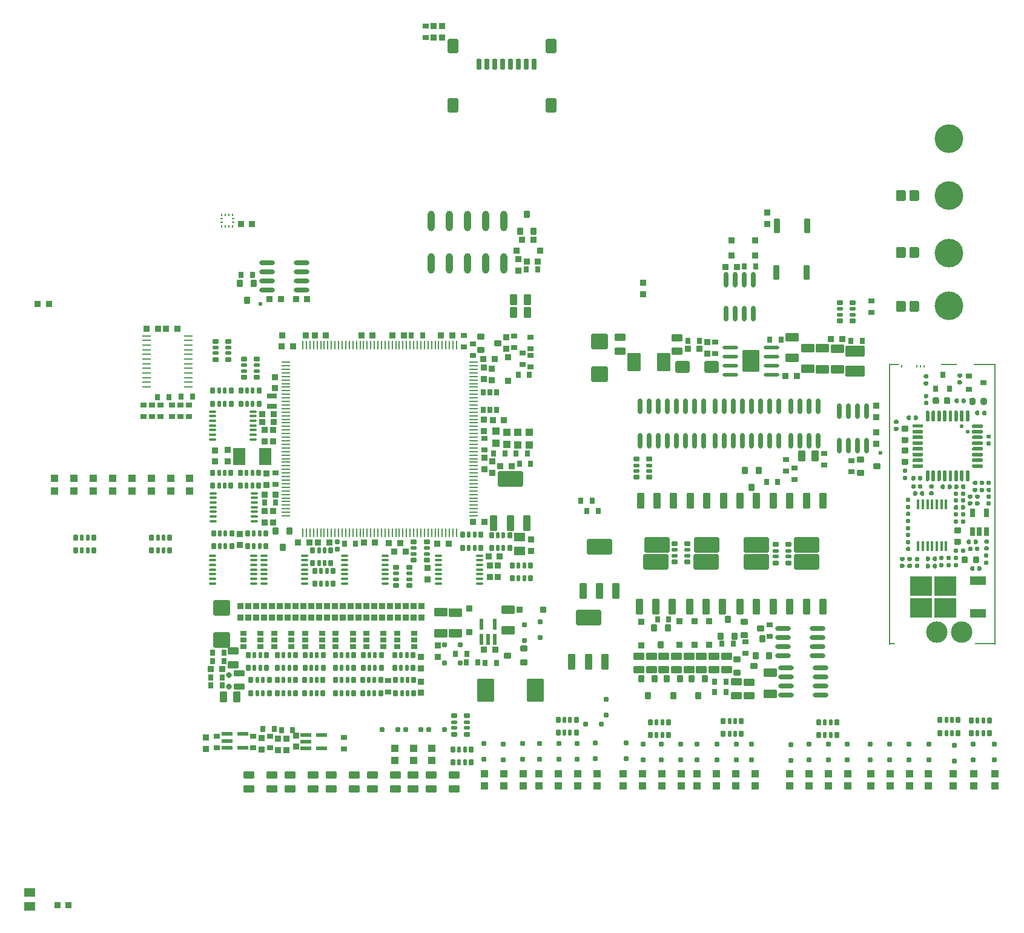
<source format=gtp>
G75*
G70*
%OFA0B0*%
%FSLAX25Y25*%
%IPPOS*%
%LPD*%
%AMOC8*
5,1,8,0,0,1.08239X$1,22.5*
%
%AMM1*
21,1,0.019680,0.054130,0.000000,0.000000,90.000000*
21,1,0.014760,0.059060,0.000000,0.000000,90.000000*
1,1,0.004920,0.027070,0.007380*
1,1,0.004920,0.027070,-0.007380*
1,1,0.004920,-0.027070,-0.007380*
1,1,0.004920,-0.027070,0.007380*
%
%AMM10*
21,1,0.043310,0.075990,0.000000,0.000000,0.000000*
21,1,0.034650,0.084650,0.000000,0.000000,0.000000*
1,1,0.008660,0.017320,-0.037990*
1,1,0.008660,-0.017320,-0.037990*
1,1,0.008660,-0.017320,0.037990*
1,1,0.008660,0.017320,0.037990*
%
%AMM100*
21,1,0.027560,0.018900,0.000000,0.000000,180.000000*
21,1,0.022840,0.023620,0.000000,0.000000,180.000000*
1,1,0.004720,-0.011420,0.009450*
1,1,0.004720,0.011420,0.009450*
1,1,0.004720,0.011420,-0.009450*
1,1,0.004720,-0.011420,-0.009450*
%
%AMM101*
21,1,0.035830,0.026770,0.000000,0.000000,180.000000*
21,1,0.029130,0.033470,0.000000,0.000000,180.000000*
1,1,0.006690,-0.014570,0.013390*
1,1,0.006690,0.014570,0.013390*
1,1,0.006690,0.014570,-0.013390*
1,1,0.006690,-0.014570,-0.013390*
%
%AMM11*
21,1,0.137800,0.067720,0.000000,0.000000,0.000000*
21,1,0.120870,0.084650,0.000000,0.000000,0.000000*
1,1,0.016930,0.060430,-0.033860*
1,1,0.016930,-0.060430,-0.033860*
1,1,0.016930,-0.060430,0.033860*
1,1,0.016930,0.060430,0.033860*
%
%AMM110*
21,1,0.106300,0.050390,0.000000,0.000000,0.000000*
21,1,0.093700,0.062990,0.000000,0.000000,0.000000*
1,1,0.012600,0.046850,-0.025200*
1,1,0.012600,-0.046850,-0.025200*
1,1,0.012600,-0.046850,0.025200*
1,1,0.012600,0.046850,0.025200*
%
%AMM111*
21,1,0.074800,0.083460,0.000000,0.000000,180.000000*
21,1,0.059840,0.098430,0.000000,0.000000,180.000000*
1,1,0.014960,-0.029920,0.041730*
1,1,0.014960,0.029920,0.041730*
1,1,0.014960,0.029920,-0.041730*
1,1,0.014960,-0.029920,-0.041730*
%
%AMM112*
21,1,0.122050,0.075590,0.000000,0.000000,270.000000*
21,1,0.103150,0.094490,0.000000,0.000000,270.000000*
1,1,0.018900,-0.037800,-0.051580*
1,1,0.018900,-0.037800,0.051580*
1,1,0.018900,0.037800,0.051580*
1,1,0.018900,0.037800,-0.051580*
%
%AMM113*
21,1,0.078740,0.053540,0.000000,0.000000,180.000000*
21,1,0.065350,0.066930,0.000000,0.000000,180.000000*
1,1,0.013390,-0.032680,0.026770*
1,1,0.013390,0.032680,0.026770*
1,1,0.013390,0.032680,-0.026770*
1,1,0.013390,-0.032680,-0.026770*
%
%AMM114*
21,1,0.070870,0.036220,0.000000,0.000000,180.000000*
21,1,0.061810,0.045280,0.000000,0.000000,180.000000*
1,1,0.009060,-0.030910,0.018110*
1,1,0.009060,0.030910,0.018110*
1,1,0.009060,0.030910,-0.018110*
1,1,0.009060,-0.030910,-0.018110*
%
%AMM115*
21,1,0.086610,0.073230,0.000000,0.000000,90.000000*
21,1,0.069290,0.090550,0.000000,0.000000,90.000000*
1,1,0.017320,0.036610,0.034650*
1,1,0.017320,0.036610,-0.034650*
1,1,0.017320,-0.036610,-0.034650*
1,1,0.017320,-0.036610,0.034650*
%
%AMM12*
21,1,0.025590,0.026380,0.000000,0.000000,0.000000*
21,1,0.020470,0.031500,0.000000,0.000000,0.000000*
1,1,0.005120,0.010240,-0.013190*
1,1,0.005120,-0.010240,-0.013190*
1,1,0.005120,-0.010240,0.013190*
1,1,0.005120,0.010240,0.013190*
%
%AMM122*
21,1,0.078740,0.045670,0.000000,0.000000,270.000000*
21,1,0.067320,0.057090,0.000000,0.000000,270.000000*
1,1,0.011420,-0.022840,-0.033660*
1,1,0.011420,-0.022840,0.033660*
1,1,0.011420,0.022840,0.033660*
1,1,0.011420,0.022840,-0.033660*
%
%AMM123*
21,1,0.059060,0.020470,0.000000,0.000000,270.000000*
21,1,0.053940,0.025590,0.000000,0.000000,270.000000*
1,1,0.005120,-0.010240,-0.026970*
1,1,0.005120,-0.010240,0.026970*
1,1,0.005120,0.010240,0.026970*
1,1,0.005120,0.010240,-0.026970*
%
%AMM124*
21,1,0.033470,0.026770,0.000000,0.000000,90.000000*
21,1,0.026770,0.033470,0.000000,0.000000,90.000000*
1,1,0.006690,0.013390,0.013390*
1,1,0.006690,0.013390,-0.013390*
1,1,0.006690,-0.013390,-0.013390*
1,1,0.006690,-0.013390,0.013390*
%
%AMM128*
21,1,0.070870,0.036220,0.000000,0.000000,0.000000*
21,1,0.061810,0.045280,0.000000,0.000000,0.000000*
1,1,0.009060,0.030910,-0.018110*
1,1,0.009060,-0.030910,-0.018110*
1,1,0.009060,-0.030910,0.018110*
1,1,0.009060,0.030910,0.018110*
%
%AMM129*
21,1,0.035430,0.030320,0.000000,0.000000,90.000000*
21,1,0.028350,0.037400,0.000000,0.000000,90.000000*
1,1,0.007090,0.015160,0.014170*
1,1,0.007090,0.015160,-0.014170*
1,1,0.007090,-0.015160,-0.014170*
1,1,0.007090,-0.015160,0.014170*
%
%AMM13*
21,1,0.017720,0.027950,0.000000,0.000000,0.000000*
21,1,0.014170,0.031500,0.000000,0.000000,0.000000*
1,1,0.003540,0.007090,-0.013980*
1,1,0.003540,-0.007090,-0.013980*
1,1,0.003540,-0.007090,0.013980*
1,1,0.003540,0.007090,0.013980*
%
%AMM130*
21,1,0.021650,0.052760,0.000000,0.000000,0.000000*
21,1,0.017320,0.057090,0.000000,0.000000,0.000000*
1,1,0.004330,0.008660,-0.026380*
1,1,0.004330,-0.008660,-0.026380*
1,1,0.004330,-0.008660,0.026380*
1,1,0.004330,0.008660,0.026380*
%
%AMM131*
21,1,0.094490,0.111020,0.000000,0.000000,180.000000*
21,1,0.075590,0.129920,0.000000,0.000000,180.000000*
1,1,0.018900,-0.037800,0.055510*
1,1,0.018900,0.037800,0.055510*
1,1,0.018900,0.037800,-0.055510*
1,1,0.018900,-0.037800,-0.055510*
%
%AMM132*
21,1,0.023620,0.018900,0.000000,0.000000,270.000000*
21,1,0.018900,0.023620,0.000000,0.000000,270.000000*
1,1,0.004720,-0.009450,-0.009450*
1,1,0.004720,-0.009450,0.009450*
1,1,0.004720,0.009450,0.009450*
1,1,0.004720,0.009450,-0.009450*
%
%AMM133*
21,1,0.035830,0.026770,0.000000,0.000000,0.000000*
21,1,0.029130,0.033470,0.000000,0.000000,0.000000*
1,1,0.006690,0.014570,-0.013390*
1,1,0.006690,-0.014570,-0.013390*
1,1,0.006690,-0.014570,0.013390*
1,1,0.006690,0.014570,0.013390*
%
%AMM134*
21,1,0.023620,0.018900,0.000000,0.000000,180.000000*
21,1,0.018900,0.023620,0.000000,0.000000,180.000000*
1,1,0.004720,-0.009450,0.009450*
1,1,0.004720,0.009450,0.009450*
1,1,0.004720,0.009450,-0.009450*
1,1,0.004720,-0.009450,-0.009450*
%
%AMM135*
21,1,0.035830,0.026770,0.000000,0.000000,90.000000*
21,1,0.029130,0.033470,0.000000,0.000000,90.000000*
1,1,0.006690,0.013390,0.014570*
1,1,0.006690,0.013390,-0.014570*
1,1,0.006690,-0.013390,-0.014570*
1,1,0.006690,-0.013390,0.014570*
%
%AMM14*
21,1,0.039370,0.049210,0.000000,0.000000,0.000000*
21,1,0.031500,0.057090,0.000000,0.000000,0.000000*
1,1,0.007870,0.015750,-0.024610*
1,1,0.007870,-0.015750,-0.024610*
1,1,0.007870,-0.015750,0.024610*
1,1,0.007870,0.015750,0.024610*
%
%AMM144*
21,1,0.021650,0.052760,0.000000,0.000000,270.000000*
21,1,0.017320,0.057090,0.000000,0.000000,270.000000*
1,1,0.004330,-0.026380,-0.008660*
1,1,0.004330,-0.026380,0.008660*
1,1,0.004330,0.026380,0.008660*
1,1,0.004330,0.026380,-0.008660*
%
%AMM146*
21,1,0.035430,0.030320,0.000000,0.000000,0.000000*
21,1,0.028350,0.037400,0.000000,0.000000,0.000000*
1,1,0.007090,0.014170,-0.015160*
1,1,0.007090,-0.014170,-0.015160*
1,1,0.007090,-0.014170,0.015160*
1,1,0.007090,0.014170,0.015160*
%
%AMM147*
21,1,0.043310,0.075980,0.000000,0.000000,180.000000*
21,1,0.034650,0.084650,0.000000,0.000000,180.000000*
1,1,0.008660,-0.017320,0.037990*
1,1,0.008660,0.017320,0.037990*
1,1,0.008660,0.017320,-0.037990*
1,1,0.008660,-0.017320,-0.037990*
%
%AMM148*
21,1,0.043310,0.075990,0.000000,0.000000,180.000000*
21,1,0.034650,0.084650,0.000000,0.000000,180.000000*
1,1,0.008660,-0.017320,0.037990*
1,1,0.008660,0.017320,0.037990*
1,1,0.008660,0.017320,-0.037990*
1,1,0.008660,-0.017320,-0.037990*
%
%AMM149*
21,1,0.137800,0.067720,0.000000,0.000000,180.000000*
21,1,0.120870,0.084650,0.000000,0.000000,180.000000*
1,1,0.016930,-0.060430,0.033860*
1,1,0.016930,0.060430,0.033860*
1,1,0.016930,0.060430,-0.033860*
1,1,0.016930,-0.060430,-0.033860*
%
%AMM15*
21,1,0.039370,0.035430,0.000000,0.000000,270.000000*
21,1,0.031500,0.043310,0.000000,0.000000,270.000000*
1,1,0.007870,-0.017720,-0.015750*
1,1,0.007870,-0.017720,0.015750*
1,1,0.007870,0.017720,0.015750*
1,1,0.007870,0.017720,-0.015750*
%
%AMM150*
21,1,0.025590,0.026380,0.000000,0.000000,90.000000*
21,1,0.020470,0.031500,0.000000,0.000000,90.000000*
1,1,0.005120,0.013190,0.010240*
1,1,0.005120,0.013190,-0.010240*
1,1,0.005120,-0.013190,-0.010240*
1,1,0.005120,-0.013190,0.010240*
%
%AMM151*
21,1,0.017720,0.027950,0.000000,0.000000,90.000000*
21,1,0.014170,0.031500,0.000000,0.000000,90.000000*
1,1,0.003540,0.013980,0.007090*
1,1,0.003540,0.013980,-0.007090*
1,1,0.003540,-0.013980,-0.007090*
1,1,0.003540,-0.013980,0.007090*
%
%AMM16*
21,1,0.033470,0.026770,0.000000,0.000000,0.000000*
21,1,0.026770,0.033470,0.000000,0.000000,0.000000*
1,1,0.006690,0.013390,-0.013390*
1,1,0.006690,-0.013390,-0.013390*
1,1,0.006690,-0.013390,0.013390*
1,1,0.006690,0.013390,0.013390*
%
%AMM160*
21,1,0.035430,0.030320,-0.000000,0.000000,270.000000*
21,1,0.028350,0.037400,-0.000000,0.000000,270.000000*
1,1,0.007090,-0.015160,-0.014170*
1,1,0.007090,-0.015160,0.014170*
1,1,0.007090,0.015160,0.014170*
1,1,0.007090,0.015160,-0.014170*
%
%AMM161*
21,1,0.033470,0.026770,-0.000000,0.000000,90.000000*
21,1,0.026770,0.033470,-0.000000,0.000000,90.000000*
1,1,0.006690,0.013390,0.013390*
1,1,0.006690,0.013390,-0.013390*
1,1,0.006690,-0.013390,-0.013390*
1,1,0.006690,-0.013390,0.013390*
%
%AMM162*
21,1,0.027560,0.030710,-0.000000,0.000000,270.000000*
21,1,0.022050,0.036220,-0.000000,0.000000,270.000000*
1,1,0.005510,-0.015350,-0.011020*
1,1,0.005510,-0.015350,0.011020*
1,1,0.005510,0.015350,0.011020*
1,1,0.005510,0.015350,-0.011020*
%
%AMM17*
21,1,0.027560,0.030710,0.000000,0.000000,270.000000*
21,1,0.022050,0.036220,0.000000,0.000000,270.000000*
1,1,0.005510,-0.015350,-0.011020*
1,1,0.005510,-0.015350,0.011020*
1,1,0.005510,0.015350,0.011020*
1,1,0.005510,0.015350,-0.011020*
%
%AMM18*
21,1,0.031500,0.072440,0.000000,0.000000,0.000000*
21,1,0.025200,0.078740,0.000000,0.000000,0.000000*
1,1,0.006300,0.012600,-0.036220*
1,1,0.006300,-0.012600,-0.036220*
1,1,0.006300,-0.012600,0.036220*
1,1,0.006300,0.012600,0.036220*
%
%AMM19*
21,1,0.051180,0.048820,0.000000,0.000000,0.000000*
21,1,0.040950,0.059060,0.000000,0.000000,0.000000*
1,1,0.010240,0.020470,-0.024410*
1,1,0.010240,-0.020470,-0.024410*
1,1,0.010240,-0.020470,0.024410*
1,1,0.010240,0.020470,0.024410*
%
%AMM2*
21,1,0.059060,0.014760,0.000000,0.000000,90.000000*
21,1,0.054130,0.019680,0.000000,0.000000,90.000000*
1,1,0.004920,0.007380,0.027070*
1,1,0.004920,0.007380,-0.027070*
1,1,0.004920,-0.007380,-0.027070*
1,1,0.004920,-0.007380,0.027070*
%
%AMM20*
21,1,0.039370,0.049210,0.000000,0.000000,90.000000*
21,1,0.031500,0.057090,0.000000,0.000000,90.000000*
1,1,0.007870,0.024610,0.015750*
1,1,0.007870,0.024610,-0.015750*
1,1,0.007870,-0.024610,-0.015750*
1,1,0.007870,-0.024610,0.015750*
%
%AMM21*
21,1,0.025590,0.026380,0.000000,0.000000,270.000000*
21,1,0.020470,0.031500,0.000000,0.000000,270.000000*
1,1,0.005120,-0.013190,-0.010240*
1,1,0.005120,-0.013190,0.010240*
1,1,0.005120,0.013190,0.010240*
1,1,0.005120,0.013190,-0.010240*
%
%AMM22*
21,1,0.017720,0.027950,0.000000,0.000000,270.000000*
21,1,0.014170,0.031500,0.000000,0.000000,270.000000*
1,1,0.003540,-0.013980,-0.007090*
1,1,0.003540,-0.013980,0.007090*
1,1,0.003540,0.013980,0.007090*
1,1,0.003540,0.013980,-0.007090*
%
%AMM3*
21,1,0.019680,0.014760,0.000000,0.000000,90.000000*
21,1,0.014760,0.019680,0.000000,0.000000,90.000000*
1,1,0.004920,0.007380,0.007380*
1,1,0.004920,0.007380,-0.007380*
1,1,0.004920,-0.007380,-0.007380*
1,1,0.004920,-0.007380,0.007380*
%
%AMM4*
21,1,0.019680,0.014760,0.000000,0.000000,180.000000*
21,1,0.014760,0.019680,0.000000,0.000000,180.000000*
1,1,0.004920,-0.007380,0.007380*
1,1,0.004920,0.007380,0.007380*
1,1,0.004920,0.007380,-0.007380*
1,1,0.004920,-0.007380,-0.007380*
%
%AMM5*
21,1,0.027560,0.030710,0.000000,0.000000,0.000000*
21,1,0.022050,0.036220,0.000000,0.000000,0.000000*
1,1,0.005510,0.011020,-0.015350*
1,1,0.005510,-0.011020,-0.015350*
1,1,0.005510,-0.011020,0.015350*
1,1,0.005510,0.011020,0.015350*
%
%AMM6*
21,1,0.023620,0.018900,0.000000,0.000000,90.000000*
21,1,0.018900,0.023620,0.000000,0.000000,90.000000*
1,1,0.004720,0.009450,0.009450*
1,1,0.004720,0.009450,-0.009450*
1,1,0.004720,-0.009450,-0.009450*
1,1,0.004720,-0.009450,0.009450*
%
%AMM7*
21,1,0.023620,0.018900,0.000000,0.000000,0.000000*
21,1,0.018900,0.023620,0.000000,0.000000,0.000000*
1,1,0.004720,0.009450,-0.009450*
1,1,0.004720,-0.009450,-0.009450*
1,1,0.004720,-0.009450,0.009450*
1,1,0.004720,0.009450,0.009450*
%
%AMM8*
21,1,0.033470,0.026770,0.000000,0.000000,270.000000*
21,1,0.026770,0.033470,0.000000,0.000000,270.000000*
1,1,0.006690,-0.013390,-0.013390*
1,1,0.006690,-0.013390,0.013390*
1,1,0.006690,0.013390,0.013390*
1,1,0.006690,0.013390,-0.013390*
%
%AMM80*
21,1,0.035430,0.050000,0.000000,0.000000,270.000000*
21,1,0.028350,0.057090,0.000000,0.000000,270.000000*
1,1,0.007090,-0.025000,-0.014170*
1,1,0.007090,-0.025000,0.014170*
1,1,0.007090,0.025000,0.014170*
1,1,0.007090,0.025000,-0.014170*
%
%AMM81*
21,1,0.086610,0.073230,0.000000,0.000000,270.000000*
21,1,0.069290,0.090550,0.000000,0.000000,270.000000*
1,1,0.017320,-0.036610,-0.034650*
1,1,0.017320,-0.036610,0.034650*
1,1,0.017320,0.036610,0.034650*
1,1,0.017320,0.036610,-0.034650*
%
%AMM82*
21,1,0.027560,0.030710,0.000000,0.000000,90.000000*
21,1,0.022050,0.036220,0.000000,0.000000,90.000000*
1,1,0.005510,0.015350,0.011020*
1,1,0.005510,0.015350,-0.011020*
1,1,0.005510,-0.015350,-0.011020*
1,1,0.005510,-0.015350,0.011020*
%
%AMM83*
21,1,0.039370,0.049210,0.000000,0.000000,180.000000*
21,1,0.031500,0.057090,0.000000,0.000000,180.000000*
1,1,0.007870,-0.015750,0.024610*
1,1,0.007870,0.015750,0.024610*
1,1,0.007870,0.015750,-0.024610*
1,1,0.007870,-0.015750,-0.024610*
%
%AMM84*
21,1,0.023620,0.030710,0.000000,0.000000,90.000000*
21,1,0.018900,0.035430,0.000000,0.000000,90.000000*
1,1,0.004720,0.015350,0.009450*
1,1,0.004720,0.015350,-0.009450*
1,1,0.004720,-0.015350,-0.009450*
1,1,0.004720,-0.015350,0.009450*
%
%AMM85*
21,1,0.033470,0.026770,0.000000,0.000000,180.000000*
21,1,0.026770,0.033470,0.000000,0.000000,180.000000*
1,1,0.006690,-0.013390,0.013390*
1,1,0.006690,0.013390,0.013390*
1,1,0.006690,0.013390,-0.013390*
1,1,0.006690,-0.013390,-0.013390*
%
%AMM9*
21,1,0.043310,0.075980,0.000000,0.000000,0.000000*
21,1,0.034650,0.084650,0.000000,0.000000,0.000000*
1,1,0.008660,0.017320,-0.037990*
1,1,0.008660,-0.017320,-0.037990*
1,1,0.008660,-0.017320,0.037990*
1,1,0.008660,0.017320,0.037990*
%
%AMM94*
21,1,0.027560,0.030710,0.000000,0.000000,180.000000*
21,1,0.022050,0.036220,0.000000,0.000000,180.000000*
1,1,0.005510,-0.011020,0.015350*
1,1,0.005510,0.011020,0.015350*
1,1,0.005510,0.011020,-0.015350*
1,1,0.005510,-0.011020,-0.015350*
%
%AMM95*
21,1,0.035430,0.030320,0.000000,0.000000,270.000000*
21,1,0.028350,0.037400,0.000000,0.000000,270.000000*
1,1,0.007090,-0.015160,-0.014170*
1,1,0.007090,-0.015160,0.014170*
1,1,0.007090,0.015160,0.014170*
1,1,0.007090,0.015160,-0.014170*
%
%AMM96*
21,1,0.023620,0.030710,0.000000,0.000000,180.000000*
21,1,0.018900,0.035430,0.000000,0.000000,180.000000*
1,1,0.004720,-0.009450,0.015350*
1,1,0.004720,0.009450,0.015350*
1,1,0.004720,0.009450,-0.015350*
1,1,0.004720,-0.009450,-0.015350*
%
%AMM97*
21,1,0.035830,0.026770,0.000000,0.000000,270.000000*
21,1,0.029130,0.033470,0.000000,0.000000,270.000000*
1,1,0.006690,-0.013390,-0.014570*
1,1,0.006690,-0.013390,0.014570*
1,1,0.006690,0.013390,0.014570*
1,1,0.006690,0.013390,-0.014570*
%
%AMM98*
21,1,0.035430,0.030320,0.000000,0.000000,180.000000*
21,1,0.028350,0.037400,0.000000,0.000000,180.000000*
1,1,0.007090,-0.014170,0.015160*
1,1,0.007090,0.014170,0.015160*
1,1,0.007090,0.014170,-0.015160*
1,1,0.007090,-0.014170,-0.015160*
%
%AMM99*
21,1,0.027560,0.049610,0.000000,0.000000,270.000000*
21,1,0.022050,0.055120,0.000000,0.000000,270.000000*
1,1,0.005510,-0.024800,-0.011020*
1,1,0.005510,-0.024800,0.011020*
1,1,0.005510,0.024800,0.011020*
1,1,0.005510,0.024800,-0.011020*
%
%ADD100M112*%
%ADD105R,0.00984X0.01378*%
%ADD106M115*%
%ADD109R,0.03150X0.03543*%
%ADD11O,0.05118X0.00866*%
%ADD110M101*%
%ADD112O,0.00866X0.05118*%
%ADD113M95*%
%ADD12M100*%
%ADD128M82*%
%ADD129C,0.02362*%
%ADD13M94*%
%ADD132M130*%
%ADD136M14*%
%ADD14M19*%
%ADD153M111*%
%ADD158R,0.03543X0.03150*%
%ADD159O,0.04016X0.11221*%
%ADD161M128*%
%ADD163R,0.06693X0.09449*%
%ADD164O,0.00984X0.01968*%
%ADD165M96*%
%ADD166M6*%
%ADD171M17*%
%ADD175M10*%
%ADD181M81*%
%ADD182M133*%
%ADD183M123*%
%ADD184M21*%
%ADD192M124*%
%ADD197M148*%
%ADD200C,0.11811*%
%ADD204M114*%
%ADD214M1*%
%ADD218M146*%
%ADD222M85*%
%ADD223O,0.08661X0.01968*%
%ADD225M15*%
%ADD235R,0.08858X0.00984*%
%ADD24M3*%
%ADD241M110*%
%ADD242M151*%
%ADD244C,0.03150*%
%ADD250M129*%
%ADD253M18*%
%ADD254M97*%
%ADD259R,0.11614X0.00984*%
%ADD261O,0.04961X0.00984*%
%ADD268R,0.12205X0.00984*%
%ADD27M4*%
%ADD271M5*%
%ADD272O,0.04331X0.01181*%
%ADD273M11*%
%ADD276M80*%
%ADD279M132*%
%ADD284M16*%
%ADD285M20*%
%ADD29M83*%
%ADD294C,0.15748*%
%ADD296M149*%
%ADD304R,0.03740X0.00984*%
%ADD305O,0.02362X0.08661*%
%ADD310R,0.00984X1.54528*%
%ADD313M98*%
%ADD318M9*%
%ADD319M147*%
%ADD322M84*%
%ADD325M2*%
%ADD327M12*%
%ADD335M135*%
%ADD349M150*%
%ADD35M131*%
%ADD350M113*%
%ADD355M160*%
%ADD356M161*%
%ADD357M162*%
%ADD362R,0.08661X0.04724*%
%ADD363R,0.02559X0.04803*%
%ADD364R,0.01772X0.05709*%
%ADD365R,0.12008X0.10827*%
%ADD41R,0.05906X0.05118*%
%ADD57R,0.05709X0.00984*%
%ADD59M99*%
%ADD61O,0.01968X0.03937*%
%ADD65M7*%
%ADD68M8*%
%ADD69M144*%
%ADD79M13*%
%ADD83M134*%
%ADD85O,0.08661X0.02362*%
%ADD86M122*%
%ADD87M22*%
%ADD99R,0.01378X0.00984*%
X0000000Y0000000D02*
G01*
G75*
D164*
X0537402Y0380413D02*
D03*
X0549606Y0380413D02*
D03*
X0547638Y0380413D02*
D03*
X0545669Y0380413D02*
D03*
D200*
X0556693Y0234154D02*
D03*
X0570472Y0234154D02*
D03*
D259*
X0583366Y0227756D02*
D03*
D57*
X0532972Y0381299D02*
D03*
D268*
X0583071Y0381299D02*
D03*
D310*
X0588681Y0304528D02*
D03*
X0530610Y0304528D02*
D03*
D235*
X0563484Y0381299D02*
D03*
D304*
X0531988Y0227756D02*
D03*
D214*
X0579035Y0344390D02*
D03*
X0579035Y0347539D02*
D03*
D325*
X0573622Y0352953D02*
D03*
X0570472Y0352953D02*
D03*
D24*
X0573622Y0344390D02*
D03*
D27*
X0570472Y0347342D02*
D03*
D271*
X0360827Y0306299D02*
D03*
X0367126Y0306299D02*
D03*
X0364075Y0300787D02*
D03*
X0370374Y0300787D02*
D03*
D166*
X0363484Y0183268D02*
D03*
X0372146Y0183268D02*
D03*
X0285827Y0180216D02*
D03*
X0277165Y0180216D02*
D03*
X0259842Y0180216D02*
D03*
X0251181Y0180216D02*
D03*
X0272835Y0180216D02*
D03*
X0264173Y0180216D02*
D03*
D65*
X0374606Y0196949D02*
D03*
X0374606Y0188287D02*
D03*
X0454528Y0172441D02*
D03*
X0454528Y0163779D02*
D03*
X0348524Y0172835D02*
D03*
X0348524Y0164173D02*
D03*
X0435630Y0172441D02*
D03*
X0435630Y0163779D02*
D03*
X0405118Y0172441D02*
D03*
X0405118Y0163779D02*
D03*
X0415748Y0172441D02*
D03*
X0415748Y0163779D02*
D03*
X0394882Y0172441D02*
D03*
X0394882Y0163779D02*
D03*
X0424606Y0172441D02*
D03*
X0424606Y0163779D02*
D03*
X0368701Y0172933D02*
D03*
X0368701Y0164272D02*
D03*
X0358760Y0172835D02*
D03*
X0358760Y0164173D02*
D03*
X0337894Y0172835D02*
D03*
X0337894Y0164173D02*
D03*
X0385827Y0172933D02*
D03*
X0385827Y0164272D02*
D03*
X0446260Y0172441D02*
D03*
X0446260Y0163779D02*
D03*
X0552362Y0163779D02*
D03*
X0552362Y0172441D02*
D03*
X0541339Y0163779D02*
D03*
X0541339Y0172441D02*
D03*
X0530709Y0163779D02*
D03*
X0530709Y0172441D02*
D03*
X0520079Y0163779D02*
D03*
X0520079Y0172441D02*
D03*
X0476378Y0163386D02*
D03*
X0476378Y0172047D02*
D03*
X0486221Y0163779D02*
D03*
X0486221Y0172441D02*
D03*
X0496850Y0163779D02*
D03*
X0496850Y0172441D02*
D03*
X0507480Y0163779D02*
D03*
X0507480Y0172441D02*
D03*
X0566437Y0162992D02*
D03*
X0566437Y0171653D02*
D03*
X0307480Y0164173D02*
D03*
X0307480Y0172835D02*
D03*
X0576772Y0163779D02*
D03*
X0576772Y0172441D02*
D03*
X0318110Y0163779D02*
D03*
X0318110Y0172441D02*
D03*
X0588386Y0163779D02*
D03*
X0588386Y0172441D02*
D03*
X0328740Y0163976D02*
D03*
X0328740Y0172638D02*
D03*
D68*
X0394882Y0420118D02*
D03*
X0394882Y0426339D02*
D03*
X0463484Y0458701D02*
D03*
X0463484Y0464921D02*
D03*
D318*
X0362008Y0256594D02*
D03*
X0380118Y0256594D02*
D03*
X0355807Y0217618D02*
D03*
X0373917Y0217618D02*
D03*
D175*
X0371063Y0256594D02*
D03*
X0364862Y0217618D02*
D03*
D273*
X0371063Y0281004D02*
D03*
X0364862Y0242028D02*
D03*
D327*
X0491634Y0177362D02*
D03*
X0491634Y0184449D02*
D03*
X0501673Y0184449D02*
D03*
X0501673Y0177362D02*
D03*
X0092714Y0286164D02*
D03*
X0092714Y0279078D02*
D03*
X0082675Y0279078D02*
D03*
X0082675Y0286164D02*
D03*
X0124407Y0286164D02*
D03*
X0124407Y0279078D02*
D03*
X0134447Y0279078D02*
D03*
X0134447Y0286164D02*
D03*
X0408957Y0177264D02*
D03*
X0408957Y0184350D02*
D03*
X0398917Y0184350D02*
D03*
X0398917Y0177264D02*
D03*
X0449114Y0177953D02*
D03*
X0449114Y0185039D02*
D03*
X0439075Y0185039D02*
D03*
X0439075Y0177953D02*
D03*
X0358268Y0178740D02*
D03*
X0358268Y0185827D02*
D03*
X0348228Y0185827D02*
D03*
X0348228Y0178740D02*
D03*
X0568504Y0178543D02*
D03*
X0568504Y0185630D02*
D03*
X0558465Y0185630D02*
D03*
X0558465Y0178543D02*
D03*
X0575591Y0178347D02*
D03*
X0575591Y0185433D02*
D03*
X0585630Y0185433D02*
D03*
X0585630Y0178347D02*
D03*
X0300394Y0169488D02*
D03*
X0300394Y0162402D02*
D03*
X0290354Y0162402D02*
D03*
X0290354Y0169488D02*
D03*
D79*
X0495079Y0177362D02*
D03*
X0498228Y0177362D02*
D03*
X0498228Y0184449D02*
D03*
X0495079Y0184449D02*
D03*
X0089269Y0286164D02*
D03*
X0086120Y0286164D02*
D03*
X0086120Y0279078D02*
D03*
X0089269Y0279078D02*
D03*
X0131002Y0279078D02*
D03*
X0127852Y0279078D02*
D03*
X0127852Y0286164D02*
D03*
X0131002Y0286164D02*
D03*
X0402362Y0184350D02*
D03*
X0405512Y0184350D02*
D03*
X0405512Y0177264D02*
D03*
X0402362Y0177264D02*
D03*
X0442520Y0185039D02*
D03*
X0445669Y0185039D02*
D03*
X0445669Y0177953D02*
D03*
X0442520Y0177953D02*
D03*
X0351673Y0185827D02*
D03*
X0354823Y0185827D02*
D03*
X0354823Y0178740D02*
D03*
X0351673Y0178740D02*
D03*
X0561909Y0185630D02*
D03*
X0565059Y0185630D02*
D03*
X0565059Y0178543D02*
D03*
X0561909Y0178543D02*
D03*
X0579035Y0178347D02*
D03*
X0582185Y0178347D02*
D03*
X0582185Y0185433D02*
D03*
X0579035Y0185433D02*
D03*
X0296949Y0169488D02*
D03*
X0293799Y0169488D02*
D03*
X0293799Y0162402D02*
D03*
X0296949Y0162402D02*
D03*
D136*
X0331201Y0416929D02*
D03*
X0323721Y0416929D02*
D03*
X0331201Y0410138D02*
D03*
X0323721Y0410138D02*
D03*
D225*
X0588583Y0155905D02*
D03*
X0588583Y0149213D02*
D03*
X0278543Y0163386D02*
D03*
X0278543Y0170079D02*
D03*
X0071061Y0311854D02*
D03*
X0071061Y0318546D02*
D03*
X0081691Y0311854D02*
D03*
X0081691Y0318546D02*
D03*
X0092321Y0311854D02*
D03*
X0092321Y0318546D02*
D03*
X0102950Y0311854D02*
D03*
X0102950Y0318546D02*
D03*
X0113580Y0311854D02*
D03*
X0113580Y0318546D02*
D03*
X0124210Y0311854D02*
D03*
X0124210Y0318546D02*
D03*
X0134840Y0311854D02*
D03*
X0134840Y0318546D02*
D03*
X0145470Y0311854D02*
D03*
X0145470Y0318546D02*
D03*
X0415945Y0149213D02*
D03*
X0415945Y0155905D02*
D03*
X0405315Y0149213D02*
D03*
X0405315Y0155905D02*
D03*
X0394685Y0149213D02*
D03*
X0394685Y0155905D02*
D03*
X0384055Y0149213D02*
D03*
X0384055Y0155905D02*
D03*
X0348327Y0149213D02*
D03*
X0348327Y0155905D02*
D03*
X0424803Y0149213D02*
D03*
X0424803Y0155905D02*
D03*
X0358957Y0149213D02*
D03*
X0358957Y0155905D02*
D03*
X0435433Y0149213D02*
D03*
X0435433Y0155905D02*
D03*
X0456693Y0149213D02*
D03*
X0456693Y0155905D02*
D03*
X0446063Y0149213D02*
D03*
X0446063Y0155905D02*
D03*
X0337697Y0149213D02*
D03*
X0337697Y0155905D02*
D03*
X0369587Y0149213D02*
D03*
X0369587Y0155905D02*
D03*
X0552165Y0155905D02*
D03*
X0552165Y0149213D02*
D03*
X0541536Y0155905D02*
D03*
X0541536Y0149213D02*
D03*
X0530906Y0155905D02*
D03*
X0530906Y0149213D02*
D03*
X0520276Y0155905D02*
D03*
X0520276Y0149213D02*
D03*
X0475787Y0155905D02*
D03*
X0475787Y0149213D02*
D03*
X0486417Y0155905D02*
D03*
X0486417Y0149213D02*
D03*
X0497047Y0155905D02*
D03*
X0497047Y0149213D02*
D03*
X0507677Y0155905D02*
D03*
X0507677Y0149213D02*
D03*
X0565551Y0155905D02*
D03*
X0565551Y0149213D02*
D03*
X0307677Y0155905D02*
D03*
X0307677Y0149213D02*
D03*
X0576958Y0155905D02*
D03*
X0576958Y0149213D02*
D03*
X0318307Y0155905D02*
D03*
X0318307Y0149213D02*
D03*
X0328937Y0155905D02*
D03*
X0328937Y0149213D02*
D03*
X0258465Y0163386D02*
D03*
X0258465Y0170079D02*
D03*
X0268701Y0163386D02*
D03*
X0268701Y0170079D02*
D03*
D41*
X0057382Y0090650D02*
D03*
X0057382Y0083169D02*
D03*
D284*
X0078799Y0083563D02*
D03*
X0072579Y0083563D02*
D03*
X0173560Y0458698D02*
D03*
X0179780Y0458698D02*
D03*
X0061654Y0414764D02*
D03*
X0067874Y0414764D02*
D03*
D171*
X0520571Y0416240D02*
D03*
X0520571Y0409941D02*
D03*
X0230217Y0175984D02*
D03*
X0230217Y0169685D02*
D03*
D105*
X0167104Y0463762D02*
D03*
X0165136Y0463762D02*
D03*
X0169073Y0463762D02*
D03*
X0163167Y0463762D02*
D03*
X0169073Y0457463D02*
D03*
X0167104Y0457463D02*
D03*
X0165136Y0457463D02*
D03*
X0163167Y0457463D02*
D03*
D99*
X0169270Y0461596D02*
D03*
X0169270Y0459628D02*
D03*
X0162971Y0459628D02*
D03*
X0162971Y0461596D02*
D03*
D253*
X0485236Y0457579D02*
D03*
X0468701Y0457579D02*
D03*
X0485039Y0431988D02*
D03*
X0468504Y0431988D02*
D03*
D14*
X0544488Y0474213D02*
D03*
X0537008Y0474213D02*
D03*
X0537008Y0413484D02*
D03*
X0544488Y0413484D02*
D03*
X0544488Y0442992D02*
D03*
X0537008Y0442992D02*
D03*
D294*
X0563189Y0505709D02*
D03*
X0563189Y0413583D02*
D03*
X0563189Y0442717D02*
D03*
X0563189Y0474213D02*
D03*
D285*
X0258661Y0155315D02*
D03*
X0258661Y0147835D02*
D03*
X0190748Y0155315D02*
D03*
X0190748Y0147835D02*
D03*
X0200591Y0155315D02*
D03*
X0200591Y0147835D02*
D03*
X0291142Y0147835D02*
D03*
X0291142Y0155315D02*
D03*
X0245866Y0147835D02*
D03*
X0245866Y0155315D02*
D03*
X0236024Y0147835D02*
D03*
X0236024Y0155315D02*
D03*
X0223228Y0147835D02*
D03*
X0223228Y0155315D02*
D03*
X0213386Y0147835D02*
D03*
X0213386Y0155315D02*
D03*
X0177953Y0147835D02*
D03*
X0177953Y0155315D02*
D03*
X0278346Y0155315D02*
D03*
X0278346Y0147835D02*
D03*
X0268504Y0155315D02*
D03*
X0268504Y0147835D02*
D03*
D184*
X0290945Y0187894D02*
D03*
X0298031Y0187894D02*
D03*
X0298031Y0177854D02*
D03*
X0290945Y0177854D02*
D03*
X0510433Y0415453D02*
D03*
X0503346Y0415453D02*
D03*
X0503346Y0405413D02*
D03*
X0510433Y0405413D02*
D03*
D87*
X0290945Y0184449D02*
D03*
X0290945Y0181299D02*
D03*
X0298031Y0181299D02*
D03*
X0298031Y0184449D02*
D03*
X0503346Y0408858D02*
D03*
X0503346Y0412008D02*
D03*
X0510433Y0412008D02*
D03*
X0510433Y0408858D02*
D03*
X0154331Y0194882D02*
G01*
G75*
D276*
X0172638Y0211417D02*
D03*
X0172638Y0203937D02*
D03*
D181*
X0162992Y0247540D02*
D03*
X0162992Y0229823D02*
D03*
D128*
X0254626Y0201181D02*
D03*
X0254626Y0207480D02*
D03*
D29*
X0171359Y0198425D02*
D03*
X0163878Y0198425D02*
D03*
D244*
X0167126Y0210236D02*
D03*
X0167126Y0203937D02*
D03*
D322*
X0269095Y0225886D02*
D03*
X0269095Y0229626D02*
D03*
X0269095Y0233366D02*
D03*
X0259646Y0233366D02*
D03*
X0259646Y0229626D02*
D03*
X0259646Y0225886D02*
D03*
X0191929Y0225886D02*
D03*
X0191929Y0229626D02*
D03*
X0191929Y0233366D02*
D03*
X0201378Y0233366D02*
D03*
X0201378Y0229626D02*
D03*
X0201378Y0225886D02*
D03*
X0184449Y0225886D02*
D03*
X0184449Y0229626D02*
D03*
X0184449Y0233366D02*
D03*
X0175000Y0233366D02*
D03*
X0175000Y0229626D02*
D03*
X0175000Y0225886D02*
D03*
X0208859Y0225886D02*
D03*
X0208859Y0229626D02*
D03*
X0208859Y0233366D02*
D03*
X0218307Y0233366D02*
D03*
X0218307Y0229626D02*
D03*
X0218307Y0225886D02*
D03*
X0235236Y0225886D02*
D03*
X0235236Y0229626D02*
D03*
X0235236Y0233366D02*
D03*
X0225788Y0233366D02*
D03*
X0225788Y0229626D02*
D03*
X0225788Y0225886D02*
D03*
X0242717Y0225886D02*
D03*
X0242717Y0229626D02*
D03*
X0242717Y0233366D02*
D03*
X0252166Y0233366D02*
D03*
X0252166Y0229626D02*
D03*
X0252166Y0225886D02*
D03*
D327*
X0268800Y0200492D02*
D03*
X0268800Y0207579D02*
D03*
X0258760Y0207579D02*
D03*
X0258760Y0200492D02*
D03*
X0193701Y0200492D02*
D03*
X0193701Y0207579D02*
D03*
X0203740Y0207579D02*
D03*
X0203740Y0200492D02*
D03*
X0189174Y0200492D02*
D03*
X0189174Y0207579D02*
D03*
X0179134Y0207579D02*
D03*
X0179134Y0200492D02*
D03*
X0208760Y0200492D02*
D03*
X0208760Y0207579D02*
D03*
X0218799Y0207579D02*
D03*
X0218799Y0200492D02*
D03*
X0235630Y0200492D02*
D03*
X0235630Y0207579D02*
D03*
X0225591Y0207579D02*
D03*
X0225591Y0200492D02*
D03*
X0240552Y0200492D02*
D03*
X0240552Y0207579D02*
D03*
X0250591Y0207579D02*
D03*
X0250591Y0200492D02*
D03*
X0203642Y0214272D02*
D03*
X0203642Y0221358D02*
D03*
X0193603Y0221358D02*
D03*
X0193603Y0214272D02*
D03*
X0177658Y0214272D02*
D03*
X0177658Y0221358D02*
D03*
X0187697Y0221358D02*
D03*
X0187697Y0214272D02*
D03*
X0218898Y0214272D02*
D03*
X0218898Y0221358D02*
D03*
X0208859Y0221358D02*
D03*
X0208859Y0214272D02*
D03*
X0225591Y0214272D02*
D03*
X0225591Y0221358D02*
D03*
X0235630Y0221358D02*
D03*
X0235630Y0214272D02*
D03*
X0250886Y0214272D02*
D03*
X0250886Y0221358D02*
D03*
X0240847Y0221358D02*
D03*
X0240847Y0214272D02*
D03*
X0258268Y0214370D02*
D03*
X0258268Y0221457D02*
D03*
X0268307Y0221457D02*
D03*
X0268307Y0214370D02*
D03*
D79*
X0262205Y0207579D02*
D03*
X0265355Y0207579D02*
D03*
X0265355Y0200492D02*
D03*
X0262205Y0200492D02*
D03*
X0197146Y0200492D02*
D03*
X0200296Y0200492D02*
D03*
X0200296Y0207579D02*
D03*
X0197146Y0207579D02*
D03*
X0182579Y0207579D02*
D03*
X0185729Y0207579D02*
D03*
X0185729Y0200492D02*
D03*
X0182579Y0200492D02*
D03*
X0212205Y0200492D02*
D03*
X0215355Y0200492D02*
D03*
X0215355Y0207579D02*
D03*
X0212205Y0207579D02*
D03*
X0229036Y0207579D02*
D03*
X0232185Y0207579D02*
D03*
X0232185Y0200492D02*
D03*
X0229036Y0200492D02*
D03*
X0243996Y0200492D02*
D03*
X0247146Y0200492D02*
D03*
X0247146Y0207579D02*
D03*
X0243996Y0207579D02*
D03*
X0197048Y0221358D02*
D03*
X0200197Y0221358D02*
D03*
X0200197Y0214272D02*
D03*
X0197048Y0214272D02*
D03*
X0181103Y0214272D02*
D03*
X0184252Y0214272D02*
D03*
X0184252Y0221358D02*
D03*
X0181103Y0221358D02*
D03*
X0212304Y0221358D02*
D03*
X0215453Y0221358D02*
D03*
X0215453Y0214272D02*
D03*
X0212304Y0214272D02*
D03*
X0229036Y0214272D02*
D03*
X0232185Y0214272D02*
D03*
X0232185Y0221358D02*
D03*
X0229036Y0221358D02*
D03*
X0244292Y0221358D02*
D03*
X0247441Y0221358D02*
D03*
X0247441Y0214272D02*
D03*
X0244292Y0214272D02*
D03*
X0261713Y0214370D02*
D03*
X0264862Y0214370D02*
D03*
X0264862Y0221457D02*
D03*
X0261713Y0221457D02*
D03*
D68*
X0272835Y0200630D02*
D03*
X0272835Y0206851D02*
D03*
X0238288Y0242067D02*
D03*
X0238288Y0248288D02*
D03*
X0233957Y0248288D02*
D03*
X0233957Y0242067D02*
D03*
X0229626Y0242067D02*
D03*
X0229626Y0248288D02*
D03*
X0225296Y0248288D02*
D03*
X0225296Y0242067D02*
D03*
X0242618Y0242067D02*
D03*
X0242618Y0248288D02*
D03*
X0246949Y0248288D02*
D03*
X0246949Y0242067D02*
D03*
X0251280Y0242067D02*
D03*
X0251280Y0248288D02*
D03*
X0255610Y0248288D02*
D03*
X0255610Y0242067D02*
D03*
X0207973Y0242067D02*
D03*
X0207973Y0248288D02*
D03*
X0212304Y0248288D02*
D03*
X0212304Y0242067D02*
D03*
X0216634Y0242067D02*
D03*
X0216634Y0248288D02*
D03*
X0220965Y0248288D02*
D03*
X0220965Y0242067D02*
D03*
X0173327Y0242067D02*
D03*
X0173327Y0248288D02*
D03*
X0177658Y0248288D02*
D03*
X0177658Y0242067D02*
D03*
X0181988Y0242067D02*
D03*
X0181988Y0248288D02*
D03*
X0186319Y0248288D02*
D03*
X0186319Y0242067D02*
D03*
X0190650Y0242067D02*
D03*
X0190650Y0248288D02*
D03*
X0194981Y0248288D02*
D03*
X0194981Y0242067D02*
D03*
X0199311Y0242067D02*
D03*
X0199311Y0248288D02*
D03*
X0203642Y0248288D02*
D03*
X0203642Y0242067D02*
D03*
X0272835Y0214016D02*
D03*
X0272835Y0220236D02*
D03*
X0259941Y0242067D02*
D03*
X0259941Y0248288D02*
D03*
X0264272Y0248288D02*
D03*
X0264272Y0242067D02*
D03*
X0268603Y0242067D02*
D03*
X0268603Y0248288D02*
D03*
X0272933Y0248288D02*
D03*
X0272933Y0242067D02*
D03*
D271*
X0156890Y0209154D02*
D03*
X0163189Y0209154D02*
D03*
X0163189Y0204626D02*
D03*
X0156890Y0204626D02*
D03*
X0164174Y0218110D02*
D03*
X0157874Y0218110D02*
D03*
X0164174Y0222736D02*
D03*
X0157874Y0222736D02*
D03*
D285*
X0169488Y0223622D02*
D03*
X0169488Y0216142D02*
D03*
D222*
X0157126Y0213681D02*
D03*
X0163347Y0213681D02*
D03*
X0153937Y0255512D02*
G01*
G75*
D273*
X0321850Y0318504D02*
D03*
D318*
X0330906Y0294095D02*
D03*
X0312795Y0294095D02*
D03*
D175*
X0321850Y0294095D02*
D03*
D272*
X0282480Y0276181D02*
D03*
X0282480Y0273622D02*
D03*
X0282480Y0271063D02*
D03*
X0282480Y0268504D02*
D03*
X0282480Y0265945D02*
D03*
X0282480Y0263386D02*
D03*
X0282480Y0260827D02*
D03*
X0304921Y0276181D02*
D03*
X0304921Y0273622D02*
D03*
X0304921Y0271063D02*
D03*
X0304921Y0268504D02*
D03*
X0304921Y0265945D02*
D03*
X0304921Y0263386D02*
D03*
X0304921Y0260827D02*
D03*
X0158464Y0310532D02*
D03*
X0158464Y0307973D02*
D03*
X0158464Y0305414D02*
D03*
X0158464Y0302855D02*
D03*
X0158464Y0300295D02*
D03*
X0158464Y0297736D02*
D03*
X0158464Y0295177D02*
D03*
X0180906Y0310532D02*
D03*
X0180906Y0307973D02*
D03*
X0180906Y0305414D02*
D03*
X0180906Y0302855D02*
D03*
X0180906Y0300295D02*
D03*
X0180906Y0297736D02*
D03*
X0180906Y0295177D02*
D03*
X0157972Y0355512D02*
D03*
X0157972Y0352953D02*
D03*
X0157972Y0350394D02*
D03*
X0157972Y0347835D02*
D03*
X0157972Y0345276D02*
D03*
X0157972Y0342717D02*
D03*
X0157972Y0340158D02*
D03*
X0180413Y0355512D02*
D03*
X0180413Y0352953D02*
D03*
X0180413Y0350394D02*
D03*
X0180413Y0347835D02*
D03*
X0180413Y0345276D02*
D03*
X0180413Y0342717D02*
D03*
X0180413Y0340158D02*
D03*
X0208661Y0260827D02*
D03*
X0208661Y0263386D02*
D03*
X0208661Y0265945D02*
D03*
X0208661Y0268504D02*
D03*
X0208661Y0271063D02*
D03*
X0208661Y0273622D02*
D03*
X0208661Y0276181D02*
D03*
X0186221Y0260827D02*
D03*
X0186221Y0263386D02*
D03*
X0186221Y0265945D02*
D03*
X0186221Y0268504D02*
D03*
X0186221Y0271063D02*
D03*
X0186221Y0273622D02*
D03*
X0186221Y0276181D02*
D03*
X0253051Y0260827D02*
D03*
X0253051Y0263386D02*
D03*
X0253051Y0265945D02*
D03*
X0253051Y0268504D02*
D03*
X0253051Y0271063D02*
D03*
X0253051Y0273622D02*
D03*
X0253051Y0276181D02*
D03*
X0230610Y0260827D02*
D03*
X0230610Y0263386D02*
D03*
X0230610Y0265945D02*
D03*
X0230610Y0268504D02*
D03*
X0230610Y0271063D02*
D03*
X0230610Y0273622D02*
D03*
X0230610Y0276181D02*
D03*
X0158169Y0276181D02*
D03*
X0158169Y0273622D02*
D03*
X0158169Y0271063D02*
D03*
X0158169Y0268504D02*
D03*
X0158169Y0265945D02*
D03*
X0158169Y0263386D02*
D03*
X0158169Y0260827D02*
D03*
X0180610Y0276181D02*
D03*
X0180610Y0273622D02*
D03*
X0180610Y0271063D02*
D03*
X0180610Y0268504D02*
D03*
X0180610Y0265945D02*
D03*
X0180610Y0263386D02*
D03*
X0180610Y0260827D02*
D03*
D11*
X0198228Y0382677D02*
D03*
X0198228Y0380709D02*
D03*
X0198228Y0378740D02*
D03*
X0198228Y0376772D02*
D03*
X0198228Y0374803D02*
D03*
X0198228Y0372835D02*
D03*
X0198228Y0370866D02*
D03*
X0198228Y0368898D02*
D03*
X0198228Y0366929D02*
D03*
X0198228Y0364961D02*
D03*
X0198228Y0362992D02*
D03*
X0198228Y0361024D02*
D03*
X0198228Y0359055D02*
D03*
X0198228Y0357087D02*
D03*
X0198228Y0355118D02*
D03*
X0198228Y0353150D02*
D03*
X0198228Y0351181D02*
D03*
X0198228Y0349213D02*
D03*
X0198228Y0347244D02*
D03*
X0198228Y0345276D02*
D03*
X0198228Y0343307D02*
D03*
X0198228Y0341339D02*
D03*
X0198228Y0339370D02*
D03*
X0198228Y0337402D02*
D03*
X0198228Y0335433D02*
D03*
X0198228Y0333465D02*
D03*
X0198228Y0331496D02*
D03*
X0198228Y0329528D02*
D03*
X0198228Y0327559D02*
D03*
X0198228Y0325591D02*
D03*
X0198228Y0323622D02*
D03*
X0198228Y0321654D02*
D03*
X0198228Y0319685D02*
D03*
X0198228Y0317717D02*
D03*
X0198228Y0315748D02*
D03*
X0198228Y0313780D02*
D03*
X0198228Y0311811D02*
D03*
X0198228Y0309843D02*
D03*
X0198228Y0307874D02*
D03*
X0198228Y0305906D02*
D03*
X0198228Y0303937D02*
D03*
X0198228Y0301969D02*
D03*
X0198228Y0300000D02*
D03*
X0198228Y0298032D02*
D03*
X0301772Y0298032D02*
D03*
X0301772Y0300000D02*
D03*
X0301772Y0301969D02*
D03*
X0301772Y0303937D02*
D03*
X0301772Y0305906D02*
D03*
X0301772Y0307874D02*
D03*
X0301772Y0309843D02*
D03*
X0301772Y0311811D02*
D03*
X0301772Y0313780D02*
D03*
X0301772Y0315748D02*
D03*
X0301772Y0317717D02*
D03*
X0301772Y0319685D02*
D03*
X0301772Y0321654D02*
D03*
X0301772Y0323622D02*
D03*
X0301772Y0325591D02*
D03*
X0301772Y0327559D02*
D03*
X0301772Y0329528D02*
D03*
X0301772Y0331496D02*
D03*
X0301772Y0333465D02*
D03*
X0301772Y0335433D02*
D03*
X0301772Y0337402D02*
D03*
X0301772Y0339370D02*
D03*
X0301772Y0341339D02*
D03*
X0301772Y0343307D02*
D03*
X0301772Y0345276D02*
D03*
X0301772Y0347244D02*
D03*
X0301772Y0349213D02*
D03*
X0301772Y0351181D02*
D03*
X0301772Y0353150D02*
D03*
X0301772Y0355118D02*
D03*
X0301772Y0357087D02*
D03*
X0301772Y0359055D02*
D03*
X0301772Y0361024D02*
D03*
X0301772Y0362992D02*
D03*
X0301772Y0364961D02*
D03*
X0301772Y0366929D02*
D03*
X0301772Y0368898D02*
D03*
X0301772Y0370866D02*
D03*
X0301772Y0372835D02*
D03*
X0301772Y0374803D02*
D03*
X0301772Y0376772D02*
D03*
X0301772Y0378740D02*
D03*
X0301772Y0380709D02*
D03*
X0301772Y0382677D02*
D03*
D112*
X0207677Y0288583D02*
D03*
X0209646Y0288583D02*
D03*
X0211614Y0288583D02*
D03*
X0213583Y0288583D02*
D03*
X0215551Y0288583D02*
D03*
X0217520Y0288583D02*
D03*
X0219488Y0288583D02*
D03*
X0221457Y0288583D02*
D03*
X0223425Y0288583D02*
D03*
X0225394Y0288583D02*
D03*
X0227362Y0288583D02*
D03*
X0229331Y0288583D02*
D03*
X0231299Y0288583D02*
D03*
X0233268Y0288583D02*
D03*
X0235236Y0288583D02*
D03*
X0237205Y0288583D02*
D03*
X0239173Y0288583D02*
D03*
X0241142Y0288583D02*
D03*
X0243110Y0288583D02*
D03*
X0245079Y0288583D02*
D03*
X0247047Y0288583D02*
D03*
X0249016Y0288583D02*
D03*
X0250984Y0288583D02*
D03*
X0252953Y0288583D02*
D03*
X0254921Y0288583D02*
D03*
X0256890Y0288583D02*
D03*
X0258858Y0288583D02*
D03*
X0260827Y0288583D02*
D03*
X0262795Y0288583D02*
D03*
X0264764Y0288583D02*
D03*
X0266732Y0288583D02*
D03*
X0268701Y0288583D02*
D03*
X0270669Y0288583D02*
D03*
X0272638Y0288583D02*
D03*
X0274606Y0288583D02*
D03*
X0276575Y0288583D02*
D03*
X0278543Y0288583D02*
D03*
X0280512Y0288583D02*
D03*
X0282480Y0288583D02*
D03*
X0284449Y0288583D02*
D03*
X0286417Y0288583D02*
D03*
X0288386Y0288583D02*
D03*
X0290354Y0288583D02*
D03*
X0292323Y0288583D02*
D03*
X0292323Y0392126D02*
D03*
X0290354Y0392126D02*
D03*
X0288386Y0392126D02*
D03*
X0286417Y0392126D02*
D03*
X0284449Y0392126D02*
D03*
X0282480Y0392126D02*
D03*
X0280512Y0392126D02*
D03*
X0278543Y0392126D02*
D03*
X0276575Y0392126D02*
D03*
X0274606Y0392126D02*
D03*
X0272638Y0392126D02*
D03*
X0270669Y0392126D02*
D03*
X0268701Y0392126D02*
D03*
X0266732Y0392126D02*
D03*
X0264764Y0392126D02*
D03*
X0262795Y0392126D02*
D03*
X0260827Y0392126D02*
D03*
X0258858Y0392126D02*
D03*
X0256890Y0392126D02*
D03*
X0254921Y0392126D02*
D03*
X0252953Y0392126D02*
D03*
X0250984Y0392126D02*
D03*
X0249016Y0392126D02*
D03*
X0247047Y0392126D02*
D03*
X0245079Y0392126D02*
D03*
X0243110Y0392126D02*
D03*
X0241142Y0392126D02*
D03*
X0239173Y0392126D02*
D03*
X0237205Y0392126D02*
D03*
X0235236Y0392126D02*
D03*
X0233268Y0392126D02*
D03*
X0231299Y0392126D02*
D03*
X0229331Y0392126D02*
D03*
X0227362Y0392126D02*
D03*
X0225394Y0392126D02*
D03*
X0223425Y0392126D02*
D03*
X0221457Y0392126D02*
D03*
X0219488Y0392126D02*
D03*
X0217520Y0392126D02*
D03*
X0215551Y0392126D02*
D03*
X0213583Y0392126D02*
D03*
X0211614Y0392126D02*
D03*
X0209646Y0392126D02*
D03*
X0207677Y0392126D02*
D03*
D222*
X0309882Y0275591D02*
D03*
X0316102Y0275591D02*
D03*
X0307126Y0384252D02*
D03*
X0313346Y0384252D02*
D03*
X0316476Y0325394D02*
D03*
X0322697Y0325394D02*
D03*
X0216102Y0283366D02*
D03*
X0222323Y0283366D02*
D03*
X0289882Y0397323D02*
D03*
X0283661Y0397323D02*
D03*
X0281831Y0282677D02*
D03*
X0288051Y0282677D02*
D03*
X0196004Y0391339D02*
D03*
X0202224Y0391339D02*
D03*
X0312244Y0350689D02*
D03*
X0318464Y0350689D02*
D03*
X0205157Y0283268D02*
D03*
X0211378Y0283268D02*
D03*
X0258110Y0278543D02*
D03*
X0264331Y0278543D02*
D03*
X0191693Y0349705D02*
D03*
X0185473Y0349705D02*
D03*
X0220433Y0397441D02*
D03*
X0214213Y0397441D02*
D03*
X0239902Y0397343D02*
D03*
X0246122Y0397343D02*
D03*
X0257028Y0397343D02*
D03*
X0263248Y0397343D02*
D03*
X0307539Y0294784D02*
D03*
X0301319Y0294784D02*
D03*
X0241181Y0283268D02*
D03*
X0247402Y0283268D02*
D03*
X0261378Y0282973D02*
D03*
X0255158Y0282973D02*
D03*
X0191594Y0354035D02*
D03*
X0185374Y0354035D02*
D03*
X0186555Y0309744D02*
D03*
X0192776Y0309744D02*
D03*
D68*
X0319587Y0396221D02*
D03*
X0319587Y0390000D02*
D03*
X0333366Y0278780D02*
D03*
X0333366Y0285000D02*
D03*
X0307185Y0373465D02*
D03*
X0307185Y0379685D02*
D03*
X0191240Y0339114D02*
D03*
X0191240Y0345335D02*
D03*
X0311713Y0372677D02*
D03*
X0311713Y0378898D02*
D03*
X0276280Y0263032D02*
D03*
X0276280Y0269252D02*
D03*
X0310728Y0264508D02*
D03*
X0310728Y0270729D02*
D03*
X0315158Y0270728D02*
D03*
X0315158Y0264508D02*
D03*
X0166437Y0334213D02*
D03*
X0166437Y0327992D02*
D03*
X0186713Y0339114D02*
D03*
X0186713Y0345335D02*
D03*
X0191339Y0294429D02*
D03*
X0191339Y0300650D02*
D03*
X0312106Y0327914D02*
D03*
X0312106Y0321693D02*
D03*
X0186516Y0294331D02*
D03*
X0186516Y0300551D02*
D03*
X0172933Y0281929D02*
D03*
X0172933Y0288150D02*
D03*
X0159350Y0327894D02*
D03*
X0159350Y0334114D02*
D03*
X0307480Y0344823D02*
D03*
X0307480Y0351043D02*
D03*
X0307579Y0330079D02*
D03*
X0307579Y0323859D02*
D03*
X0187697Y0315197D02*
D03*
X0187697Y0321417D02*
D03*
X0192421Y0374469D02*
D03*
X0192421Y0368248D02*
D03*
D225*
X0332382Y0343898D02*
D03*
X0332382Y0337205D02*
D03*
X0319882Y0337303D02*
D03*
X0319882Y0343996D02*
D03*
X0326083Y0343898D02*
D03*
X0326083Y0337205D02*
D03*
X0313957Y0337894D02*
D03*
X0313957Y0344587D02*
D03*
D41*
X0327165Y0278839D02*
D03*
X0327165Y0286319D02*
D03*
D13*
X0230512Y0282776D02*
D03*
X0236811Y0282776D02*
D03*
X0312795Y0332480D02*
D03*
X0319094Y0332480D02*
D03*
X0273721Y0397540D02*
D03*
X0267421Y0397540D02*
D03*
X0331299Y0332284D02*
D03*
X0325000Y0332284D02*
D03*
X0333169Y0326772D02*
D03*
X0326870Y0326772D02*
D03*
X0186516Y0305217D02*
D03*
X0192815Y0305217D02*
D03*
X0326181Y0375689D02*
D03*
X0332480Y0375689D02*
D03*
D128*
X0301181Y0386319D02*
D03*
X0301181Y0392618D02*
D03*
X0296457Y0391142D02*
D03*
X0296457Y0397441D02*
D03*
X0307579Y0340650D02*
D03*
X0307579Y0334351D02*
D03*
X0324114Y0397047D02*
D03*
X0324114Y0390748D02*
D03*
X0333169Y0386221D02*
D03*
X0333169Y0379921D02*
D03*
X0333169Y0396358D02*
D03*
X0333169Y0390059D02*
D03*
X0328543Y0387795D02*
D03*
X0328543Y0381496D02*
D03*
X0192520Y0315256D02*
D03*
X0192520Y0321555D02*
D03*
D113*
X0315039Y0393111D02*
D03*
X0305787Y0396851D02*
D03*
D113*
X0305787Y0389370D02*
D03*
D163*
X0172539Y0330611D02*
D03*
X0187106Y0330611D02*
D03*
D165*
X0314468Y0356496D02*
D03*
X0310728Y0356496D02*
D03*
X0306988Y0356496D02*
D03*
X0306988Y0365945D02*
D03*
X0310728Y0365945D02*
D03*
X0314468Y0365945D02*
D03*
D327*
X0332972Y0263681D02*
D03*
X0332972Y0270768D02*
D03*
X0322933Y0270768D02*
D03*
X0322933Y0263681D02*
D03*
X0311516Y0280217D02*
D03*
X0311516Y0287303D02*
D03*
X0321555Y0287303D02*
D03*
X0321555Y0280217D02*
D03*
X0183366Y0314665D02*
D03*
X0183366Y0321752D02*
D03*
X0173327Y0321752D02*
D03*
X0173327Y0314665D02*
D03*
X0158071Y0314666D02*
D03*
X0158071Y0321752D02*
D03*
X0168110Y0321752D02*
D03*
X0168110Y0314666D02*
D03*
X0187303Y0281299D02*
D03*
X0187303Y0288386D02*
D03*
X0177264Y0288386D02*
D03*
X0177264Y0281299D02*
D03*
X0158563Y0281299D02*
D03*
X0158563Y0288386D02*
D03*
X0168602Y0288386D02*
D03*
X0168602Y0281299D02*
D03*
X0183563Y0359843D02*
D03*
X0183563Y0366929D02*
D03*
X0173524Y0366929D02*
D03*
X0173524Y0359843D02*
D03*
X0295669Y0280512D02*
D03*
X0295669Y0287599D02*
D03*
X0305709Y0287599D02*
D03*
X0305709Y0280512D02*
D03*
X0168209Y0359843D02*
D03*
X0168209Y0366929D02*
D03*
X0158169Y0366929D02*
D03*
X0158169Y0359843D02*
D03*
X0223130Y0279036D02*
D03*
X0223130Y0271949D02*
D03*
X0213090Y0271949D02*
D03*
X0213090Y0279036D02*
D03*
X0214272Y0260729D02*
D03*
X0214272Y0267815D02*
D03*
X0224311Y0267815D02*
D03*
X0224311Y0260729D02*
D03*
D79*
X0326378Y0270768D02*
D03*
X0329528Y0270768D02*
D03*
X0329528Y0263681D02*
D03*
X0326378Y0263681D02*
D03*
X0314961Y0280217D02*
D03*
X0318110Y0280217D02*
D03*
X0318110Y0287303D02*
D03*
X0314961Y0287303D02*
D03*
X0176772Y0321752D02*
D03*
X0179921Y0321752D02*
D03*
X0179921Y0314665D02*
D03*
X0176772Y0314665D02*
D03*
X0161516Y0314666D02*
D03*
X0164665Y0314666D02*
D03*
X0164665Y0321752D02*
D03*
X0161516Y0321752D02*
D03*
X0180709Y0288386D02*
D03*
X0183858Y0288386D02*
D03*
X0183858Y0281299D02*
D03*
X0180709Y0281299D02*
D03*
X0162008Y0281299D02*
D03*
X0165158Y0281299D02*
D03*
X0165158Y0288386D02*
D03*
X0162008Y0288386D02*
D03*
X0176969Y0366929D02*
D03*
X0180118Y0366929D02*
D03*
X0180118Y0359843D02*
D03*
X0176969Y0359843D02*
D03*
X0299114Y0280512D02*
D03*
X0302264Y0280512D02*
D03*
X0302264Y0287599D02*
D03*
X0299114Y0287599D02*
D03*
X0161614Y0366929D02*
D03*
X0164764Y0366929D02*
D03*
X0164764Y0359843D02*
D03*
X0161614Y0359843D02*
D03*
X0219685Y0279036D02*
D03*
X0216535Y0279036D02*
D03*
X0216535Y0271949D02*
D03*
X0219685Y0271949D02*
D03*
X0217717Y0260729D02*
D03*
X0220866Y0260729D02*
D03*
X0220866Y0267815D02*
D03*
X0217717Y0267815D02*
D03*
D254*
X0320669Y0372441D02*
D03*
X0320669Y0385433D02*
D03*
D313*
X0200295Y0289843D02*
D03*
X0196555Y0280591D02*
D03*
D313*
X0192815Y0289843D02*
D03*
D184*
X0259154Y0269784D02*
D03*
X0266240Y0269784D02*
D03*
X0266240Y0259744D02*
D03*
X0259154Y0259744D02*
D03*
X0268799Y0283662D02*
D03*
X0275886Y0283662D02*
D03*
X0275886Y0273622D02*
D03*
X0268799Y0273622D02*
D03*
X0182441Y0384429D02*
D03*
X0175354Y0384429D02*
D03*
X0175354Y0374389D02*
D03*
X0182441Y0374389D02*
D03*
X0166831Y0394193D02*
D03*
X0159744Y0394193D02*
D03*
X0159744Y0384154D02*
D03*
X0166831Y0384154D02*
D03*
D87*
X0259154Y0266339D02*
D03*
X0259154Y0263189D02*
D03*
X0266240Y0263189D02*
D03*
X0266240Y0266339D02*
D03*
X0268799Y0280217D02*
D03*
X0268799Y0277067D02*
D03*
X0275886Y0277067D02*
D03*
X0275886Y0280217D02*
D03*
X0175354Y0377834D02*
D03*
X0175354Y0380984D02*
D03*
X0182441Y0380984D02*
D03*
X0182441Y0377834D02*
D03*
X0159744Y0387599D02*
D03*
X0159744Y0390748D02*
D03*
X0166831Y0390748D02*
D03*
X0166831Y0387599D02*
D03*
D59*
X0190551Y0364173D02*
D03*
X0190551Y0358268D02*
D03*
D12*
X0226772Y0283662D02*
D03*
X0226772Y0279725D02*
D03*
D110*
X0209252Y0397343D02*
D03*
X0196260Y0397343D02*
D03*
X0362795Y0370472D02*
G01*
G75*
D285*
X0382382Y0388878D02*
D03*
X0382382Y0396358D02*
D03*
X0413779Y0388681D02*
D03*
X0413779Y0396161D02*
D03*
D241*
X0511712Y0388582D02*
D03*
X0511712Y0377559D02*
D03*
D153*
X0390059Y0382578D02*
D03*
X0406201Y0382578D02*
D03*
D13*
X0515551Y0394488D02*
D03*
X0509252Y0394488D02*
D03*
X0464665Y0395078D02*
D03*
X0470964Y0395078D02*
D03*
X0425984Y0394488D02*
D03*
X0419685Y0394488D02*
D03*
D222*
X0504685Y0395374D02*
D03*
X0498464Y0395374D02*
D03*
X0419626Y0389960D02*
D03*
X0425846Y0389960D02*
D03*
X0473464Y0374901D02*
D03*
X0479685Y0374901D02*
D03*
D68*
X0430216Y0393759D02*
D03*
X0430216Y0387539D02*
D03*
D223*
X0443110Y0390866D02*
D03*
X0443110Y0385866D02*
D03*
X0443110Y0380866D02*
D03*
X0443110Y0375866D02*
D03*
X0465748Y0390866D02*
D03*
X0465748Y0385866D02*
D03*
X0465748Y0380866D02*
D03*
X0465748Y0375866D02*
D03*
D100*
X0454429Y0383366D02*
D03*
D350*
X0432579Y0380019D02*
D03*
X0416830Y0380019D02*
D03*
D204*
X0493799Y0390255D02*
D03*
X0493799Y0378838D02*
D03*
X0476870Y0396358D02*
D03*
X0476870Y0384941D02*
D03*
X0485630Y0378937D02*
D03*
X0485630Y0390354D02*
D03*
X0501870Y0378740D02*
D03*
X0501870Y0390157D02*
D03*
D106*
X0370866Y0393897D02*
D03*
X0370866Y0376181D02*
D03*
D128*
X0434645Y0393799D02*
D03*
X0434645Y0387500D02*
D03*
D61*
X0370866Y0396358D02*
D03*
X0272638Y0508780D02*
G01*
G75*
D86*
X0290256Y0556811D02*
D03*
X0290256Y0524134D02*
D03*
X0344390Y0524134D02*
D03*
X0344390Y0556811D02*
D03*
D183*
X0335020Y0546575D02*
D03*
X0330689Y0546575D02*
D03*
X0326358Y0546575D02*
D03*
X0322028Y0546575D02*
D03*
X0317697Y0546575D02*
D03*
X0313366Y0546575D02*
D03*
X0309036Y0546575D02*
D03*
X0304705Y0546575D02*
D03*
D192*
X0284351Y0561378D02*
D03*
X0284351Y0567599D02*
D03*
X0279725Y0561378D02*
D03*
X0279725Y0567599D02*
D03*
D171*
X0275197Y0567638D02*
D03*
X0275197Y0561339D02*
D03*
X0278248Y0188976D02*
G01*
G75*
D161*
X0291831Y0244783D02*
D03*
X0291831Y0233366D02*
D03*
X0283760Y0244881D02*
D03*
X0283760Y0233464D02*
D03*
X0320571Y0246456D02*
D03*
X0320571Y0235039D02*
D03*
D222*
X0313642Y0224409D02*
D03*
X0307421Y0224409D02*
D03*
D250*
X0329449Y0217421D02*
D03*
X0320197Y0221161D02*
D03*
D250*
X0329449Y0224901D02*
D03*
D132*
X0305905Y0238425D02*
D03*
X0313386Y0238425D02*
D03*
X0313386Y0229960D02*
D03*
X0309646Y0229960D02*
D03*
D132*
X0305905Y0229960D02*
D03*
D35*
X0335728Y0202067D02*
D03*
X0308366Y0202067D02*
D03*
D279*
X0294193Y0217126D02*
D03*
X0285531Y0217126D02*
D03*
X0285827Y0227165D02*
D03*
X0294488Y0227165D02*
D03*
D182*
X0326870Y0246456D02*
D03*
X0339862Y0246456D02*
D03*
D83*
X0338287Y0231102D02*
D03*
X0338287Y0239763D02*
D03*
X0329616Y0229419D02*
D03*
X0329616Y0238080D02*
D03*
D271*
X0297835Y0217322D02*
D03*
X0304134Y0217322D02*
D03*
X0297933Y0222145D02*
D03*
X0291634Y0222145D02*
D03*
X0308169Y0217126D02*
D03*
X0314468Y0217126D02*
D03*
D192*
X0281890Y0220472D02*
D03*
X0281890Y0226692D02*
D03*
D335*
X0299409Y0247145D02*
D03*
X0299409Y0234153D02*
D03*
X0151280Y0166929D02*
G01*
G75*
D68*
X0198623Y0175256D02*
D03*
X0198623Y0169035D02*
D03*
X0203938Y0170905D02*
D03*
X0203938Y0177126D02*
D03*
X0194095Y0169035D02*
D03*
X0194095Y0175256D02*
D03*
X0154233Y0176043D02*
D03*
X0154233Y0169823D02*
D03*
X0185138Y0169331D02*
D03*
X0185138Y0175551D02*
D03*
D69*
X0217914Y0177460D02*
D03*
X0217914Y0169980D02*
D03*
X0209449Y0169980D02*
D03*
X0209449Y0173720D02*
D03*
X0174548Y0177953D02*
D03*
X0174548Y0170472D02*
D03*
X0166083Y0170472D02*
D03*
X0166083Y0174212D02*
D03*
D69*
X0209449Y0177460D02*
D03*
X0166083Y0177953D02*
D03*
D13*
X0202166Y0180020D02*
D03*
X0195867Y0180020D02*
D03*
X0192127Y0180807D02*
D03*
X0185827Y0180807D02*
D03*
D171*
X0189666Y0176673D02*
D03*
X0189666Y0170374D02*
D03*
X0160335Y0176673D02*
D03*
X0160335Y0170374D02*
D03*
X0180217Y0176673D02*
D03*
X0180217Y0170374D02*
D03*
X0387795Y0195669D02*
G01*
G75*
D113*
X0450571Y0239763D02*
D03*
X0459823Y0236023D02*
D03*
X0455886Y0215452D02*
D03*
X0446634Y0219193D02*
D03*
D113*
X0450571Y0232283D02*
D03*
X0446634Y0211712D02*
D03*
D218*
X0456890Y0221142D02*
D03*
X0460630Y0230393D02*
D03*
X0458563Y0322953D02*
D03*
X0454822Y0313701D02*
D03*
X0415452Y0208346D02*
D03*
X0411712Y0199094D02*
D03*
X0397736Y0199094D02*
D03*
X0401476Y0208346D02*
D03*
X0425295Y0199094D02*
D03*
X0429035Y0208346D02*
D03*
X0437795Y0231831D02*
D03*
X0441535Y0241083D02*
D03*
X0404823Y0227047D02*
D03*
X0408563Y0236299D02*
D03*
D218*
X0464370Y0221142D02*
D03*
X0451082Y0322953D02*
D03*
X0407972Y0208346D02*
D03*
X0393996Y0208346D02*
D03*
X0421555Y0208346D02*
D03*
X0445275Y0231831D02*
D03*
X0401082Y0236299D02*
D03*
D128*
X0464763Y0231594D02*
D03*
X0464763Y0237893D02*
D03*
X0451476Y0228740D02*
D03*
X0451476Y0222441D02*
D03*
X0494586Y0326142D02*
D03*
X0494586Y0332441D02*
D03*
X0473622Y0329134D02*
D03*
X0473622Y0322834D02*
D03*
X0478248Y0318012D02*
D03*
X0478248Y0324311D02*
D03*
D161*
X0464960Y0211614D02*
D03*
X0464960Y0200196D02*
D03*
D319*
X0466535Y0306456D02*
D03*
X0448425Y0306456D02*
D03*
X0466535Y0248189D02*
D03*
X0448425Y0248189D02*
D03*
X0475787Y0248189D02*
D03*
X0493897Y0248189D02*
D03*
X0475787Y0306456D02*
D03*
X0493897Y0306456D02*
D03*
X0439173Y0306456D02*
D03*
X0421063Y0306456D02*
D03*
X0393701Y0306456D02*
D03*
X0411811Y0306456D02*
D03*
X0420669Y0248189D02*
D03*
X0438779Y0248189D02*
D03*
X0411023Y0248189D02*
D03*
X0392913Y0248189D02*
D03*
D197*
X0457480Y0306456D02*
D03*
X0457480Y0248189D02*
D03*
X0484842Y0248189D02*
D03*
X0484842Y0306456D02*
D03*
X0430118Y0306456D02*
D03*
X0402756Y0306456D02*
D03*
X0429724Y0248189D02*
D03*
X0401968Y0248189D02*
D03*
D296*
X0457480Y0282047D02*
D03*
X0457480Y0272598D02*
D03*
X0484842Y0272598D02*
D03*
X0484842Y0282047D02*
D03*
X0430118Y0282047D02*
D03*
X0402756Y0282047D02*
D03*
X0429724Y0272598D02*
D03*
X0401968Y0272598D02*
D03*
D349*
X0419389Y0272697D02*
D03*
X0412303Y0272697D02*
D03*
X0412303Y0282736D02*
D03*
X0419389Y0282736D02*
D03*
X0398425Y0319252D02*
D03*
X0391338Y0319252D02*
D03*
X0391338Y0329291D02*
D03*
X0398425Y0329291D02*
D03*
X0475098Y0282244D02*
D03*
X0468011Y0282244D02*
D03*
X0468011Y0272204D02*
D03*
X0475098Y0272204D02*
D03*
D242*
X0419389Y0276141D02*
D03*
X0419389Y0279291D02*
D03*
X0412303Y0279291D02*
D03*
X0412303Y0276141D02*
D03*
X0398425Y0322697D02*
D03*
X0398425Y0325846D02*
D03*
X0391338Y0325846D02*
D03*
X0391338Y0322697D02*
D03*
X0468011Y0275649D02*
D03*
X0468011Y0278799D02*
D03*
X0475098Y0278799D02*
D03*
X0475098Y0275649D02*
D03*
D305*
X0393228Y0339330D02*
D03*
X0398228Y0339330D02*
D03*
X0403228Y0339330D02*
D03*
X0408228Y0339330D02*
D03*
X0413228Y0339330D02*
D03*
X0418228Y0339330D02*
D03*
X0423228Y0339330D02*
D03*
X0428228Y0339330D02*
D03*
X0393228Y0358228D02*
D03*
X0398228Y0358228D02*
D03*
X0403228Y0358228D02*
D03*
X0408228Y0358228D02*
D03*
X0413228Y0358228D02*
D03*
X0418228Y0358228D02*
D03*
X0423228Y0358228D02*
D03*
X0428228Y0358228D02*
D03*
X0469665Y0358425D02*
D03*
X0464665Y0358425D02*
D03*
X0459665Y0358425D02*
D03*
X0454665Y0358425D02*
D03*
X0449665Y0358425D02*
D03*
X0444665Y0358425D02*
D03*
X0439665Y0358425D02*
D03*
X0434665Y0358425D02*
D03*
X0469665Y0339527D02*
D03*
X0464665Y0339527D02*
D03*
X0459665Y0339527D02*
D03*
X0454665Y0339527D02*
D03*
X0449665Y0339527D02*
D03*
X0444665Y0339527D02*
D03*
X0439665Y0339527D02*
D03*
X0434665Y0339527D02*
D03*
X0476260Y0339527D02*
D03*
X0481260Y0339527D02*
D03*
X0486260Y0339527D02*
D03*
X0491260Y0339527D02*
D03*
X0476260Y0358425D02*
D03*
X0481260Y0358425D02*
D03*
X0486260Y0358425D02*
D03*
X0491260Y0358425D02*
D03*
D85*
X0473819Y0214350D02*
D03*
X0473819Y0209350D02*
D03*
X0473819Y0204350D02*
D03*
X0473819Y0199350D02*
D03*
X0492717Y0214350D02*
D03*
X0492717Y0209350D02*
D03*
X0492717Y0204350D02*
D03*
X0492717Y0199350D02*
D03*
X0490945Y0221201D02*
D03*
X0490945Y0226200D02*
D03*
X0490945Y0231200D02*
D03*
X0490945Y0236201D02*
D03*
X0472047Y0221201D02*
D03*
X0472047Y0226200D02*
D03*
X0472047Y0231200D02*
D03*
X0472047Y0236201D02*
D03*
D285*
X0392716Y0220728D02*
D03*
X0392716Y0213248D02*
D03*
X0399606Y0213248D02*
D03*
X0399606Y0220728D02*
D03*
X0406496Y0220728D02*
D03*
X0406496Y0213248D02*
D03*
X0413386Y0213248D02*
D03*
X0413386Y0220728D02*
D03*
X0420275Y0220728D02*
D03*
X0420275Y0213248D02*
D03*
X0427165Y0213248D02*
D03*
X0427165Y0220728D02*
D03*
X0434055Y0220728D02*
D03*
X0434055Y0213248D02*
D03*
X0440945Y0213248D02*
D03*
X0440945Y0220728D02*
D03*
X0453445Y0198976D02*
D03*
X0453445Y0206456D02*
D03*
X0446260Y0206555D02*
D03*
X0446260Y0199074D02*
D03*
D335*
X0431201Y0227027D02*
D03*
X0431201Y0240019D02*
D03*
X0393996Y0239626D02*
D03*
X0393996Y0226634D02*
D03*
X0415157Y0227027D02*
D03*
X0415157Y0240019D02*
D03*
X0423326Y0240019D02*
D03*
X0423326Y0227027D02*
D03*
D13*
X0440748Y0206653D02*
D03*
X0434449Y0206653D02*
D03*
X0434350Y0201043D02*
D03*
X0440649Y0201043D02*
D03*
X0438287Y0227618D02*
D03*
X0444586Y0227618D02*
D03*
X0469162Y0316689D02*
D03*
X0462863Y0316689D02*
D03*
X0409153Y0241004D02*
D03*
X0402854Y0241004D02*
D03*
D29*
X0482185Y0331161D02*
D03*
X0489665Y0331161D02*
D03*
X0117717Y0350295D02*
G01*
G75*
D261*
X0144765Y0368996D02*
D03*
X0144765Y0371555D02*
D03*
X0144765Y0374114D02*
D03*
X0144765Y0376673D02*
D03*
X0144765Y0379232D02*
D03*
X0144765Y0381791D02*
D03*
X0144765Y0384350D02*
D03*
X0144765Y0386909D02*
D03*
X0144765Y0389468D02*
D03*
X0144765Y0392027D02*
D03*
X0144765Y0394586D02*
D03*
X0144765Y0397145D02*
D03*
X0121772Y0368996D02*
D03*
X0121772Y0371555D02*
D03*
X0121772Y0374114D02*
D03*
X0121772Y0376673D02*
D03*
X0121772Y0379232D02*
D03*
X0121772Y0381791D02*
D03*
X0121772Y0384350D02*
D03*
X0121772Y0386909D02*
D03*
X0121772Y0389468D02*
D03*
X0121772Y0392027D02*
D03*
X0121772Y0394586D02*
D03*
X0121772Y0397145D02*
D03*
D284*
X0121792Y0401082D02*
D03*
X0128013Y0401082D02*
D03*
X0138544Y0401082D02*
D03*
X0132323Y0401082D02*
D03*
D271*
X0140552Y0363878D02*
D03*
X0146851Y0363878D02*
D03*
X0127560Y0363484D02*
D03*
X0133859Y0363484D02*
D03*
D171*
X0135635Y0352854D02*
D03*
X0135635Y0359153D02*
D03*
X0129312Y0359153D02*
D03*
X0129312Y0352854D02*
D03*
X0124686Y0352854D02*
D03*
X0124686Y0359153D02*
D03*
X0144863Y0359055D02*
D03*
X0144863Y0352756D02*
D03*
X0120060Y0359153D02*
D03*
X0120060Y0352854D02*
D03*
X0140257Y0359153D02*
D03*
X0140257Y0352854D02*
D03*
X0437106Y0403150D02*
G01*
G75*
D284*
X0440492Y0435138D02*
D03*
X0446712Y0435138D02*
D03*
D182*
X0443602Y0449607D02*
D03*
X0456594Y0449607D02*
D03*
X0456791Y0441437D02*
D03*
X0443799Y0441437D02*
D03*
D271*
X0450787Y0435276D02*
D03*
X0457086Y0435276D02*
D03*
D305*
X0455630Y0428150D02*
D03*
X0450630Y0428150D02*
D03*
X0445630Y0428150D02*
D03*
X0440630Y0428150D02*
D03*
X0455630Y0409253D02*
D03*
X0450630Y0409253D02*
D03*
X0445630Y0409253D02*
D03*
X0440630Y0409253D02*
D03*
X0169173Y0412913D02*
G01*
G75*
D313*
X0180590Y0425925D02*
D03*
X0176850Y0416673D02*
D03*
D313*
X0173110Y0425925D02*
D03*
D85*
X0188149Y0437539D02*
D03*
X0188149Y0432539D02*
D03*
X0188149Y0427539D02*
D03*
X0188149Y0422539D02*
D03*
X0207047Y0437539D02*
D03*
X0207047Y0432539D02*
D03*
X0207047Y0427539D02*
D03*
X0207047Y0422539D02*
D03*
D284*
X0203858Y0417244D02*
D03*
X0210078Y0417244D02*
D03*
X0195512Y0417244D02*
D03*
X0189291Y0417244D02*
D03*
D13*
X0173700Y0430826D02*
D03*
X0180000Y0430826D02*
D03*
D129*
X0184330Y0414783D02*
D03*
X0527559Y0317717D02*
G01*
G75*
D355*
X0514547Y0329134D02*
D03*
X0523799Y0325394D02*
D03*
D355*
X0514547Y0321654D02*
D03*
D305*
X0502933Y0336693D02*
D03*
X0507933Y0336693D02*
D03*
X0512933Y0336693D02*
D03*
X0517933Y0336693D02*
D03*
X0502933Y0355591D02*
D03*
X0507933Y0355591D02*
D03*
X0512933Y0355591D02*
D03*
X0517933Y0355591D02*
D03*
D356*
X0523228Y0352402D02*
D03*
X0523228Y0358622D02*
D03*
X0523228Y0344056D02*
D03*
X0523228Y0337835D02*
D03*
D357*
X0509646Y0322244D02*
D03*
X0509646Y0328544D02*
D03*
D129*
X0525689Y0332874D02*
D03*
X0270571Y0426476D02*
G01*
G75*
D159*
X0318228Y0437106D02*
D03*
X0318228Y0460531D02*
D03*
X0308228Y0437106D02*
D03*
X0308228Y0460531D02*
D03*
X0298228Y0437106D02*
D03*
X0298228Y0460531D02*
D03*
X0288228Y0437106D02*
D03*
X0288228Y0460531D02*
D03*
X0278228Y0437106D02*
D03*
X0278228Y0460531D02*
D03*
D222*
X0328287Y0450196D02*
D03*
X0334508Y0450196D02*
D03*
X0330846Y0438189D02*
D03*
X0337067Y0438189D02*
D03*
D182*
X0338484Y0444193D02*
D03*
X0325492Y0444193D02*
D03*
D271*
X0337008Y0433563D02*
D03*
X0330709Y0433563D02*
D03*
D218*
X0331004Y0464055D02*
D03*
X0327264Y0454803D02*
D03*
D218*
X0334744Y0454803D02*
D03*
D68*
X0326378Y0433012D02*
D03*
X0326378Y0439232D02*
D03*
X0529921Y0381988D02*
%LPD*%
G01*
G36*
G01*
X0566220Y0313395D02*
X0566220Y0314754D01*
G75*
G02*
X0566801Y0315334I0000581J0000000D01*
G01*
X0567962Y0315334D01*
G75*
G02*
X0568543Y0314754I0000000J-000581D01*
G01*
X0568543Y0313395D01*
G75*
G02*
X0567962Y0312815I-000581J0000000D01*
G01*
X0566801Y0312815D01*
G75*
G02*
X0566220Y0313395I0000000J0000581D01*
G01*
G37*
G36*
G01*
X0570039Y0313395D02*
X0570039Y0314754D01*
G75*
G02*
X0570620Y0315334I0000581J0000000D01*
G01*
X0571781Y0315334D01*
G75*
G02*
X0572362Y0314754I0000000J-000581D01*
G01*
X0572362Y0313395D01*
G75*
G02*
X0571781Y0312815I-000581J0000000D01*
G01*
X0570620Y0312815D01*
G75*
G02*
X0570039Y0313395I0000000J0000581D01*
G01*
G37*
G36*
G01*
X0541563Y0278573D02*
X0540204Y0278573D01*
G75*
G02*
X0539624Y0279153I0000000J0000581D01*
G01*
X0539624Y0280315D01*
G75*
G02*
X0540204Y0280895I0000581J0000000D01*
G01*
X0541563Y0280895D01*
G75*
G02*
X0542143Y0280315I0000000J-000581D01*
G01*
X0542143Y0279153D01*
G75*
G02*
X0541563Y0278573I-000581J0000000D01*
G01*
G37*
G36*
G01*
X0541563Y0282392D02*
X0540204Y0282392D01*
G75*
G02*
X0539624Y0282972I0000000J0000581D01*
G01*
X0539624Y0284134D01*
G75*
G02*
X0540204Y0284714I0000581J0000000D01*
G01*
X0541563Y0284714D01*
G75*
G02*
X0542143Y0284134I0000000J-000581D01*
G01*
X0542143Y0282972D01*
G75*
G02*
X0541563Y0282392I-000581J0000000D01*
G01*
G37*
G36*
G01*
X0566454Y0275964D02*
X0567813Y0275964D01*
G75*
G02*
X0568393Y0275384I0000000J-000581D01*
G01*
X0568393Y0274222D01*
G75*
G02*
X0567813Y0273642I-000581J0000000D01*
G01*
X0566454Y0273642D01*
G75*
G02*
X0565874Y0274222I0000000J0000581D01*
G01*
X0565874Y0275384D01*
G75*
G02*
X0566454Y0275964I0000581J0000000D01*
G01*
G37*
G36*
G01*
X0566454Y0272145D02*
X0567813Y0272145D01*
G75*
G02*
X0568393Y0271565I0000000J-000581D01*
G01*
X0568393Y0270403D01*
G75*
G02*
X0567813Y0269823I-000581J0000000D01*
G01*
X0566454Y0269823D01*
G75*
G02*
X0565874Y0270403I0000000J0000581D01*
G01*
X0565874Y0271565D01*
G75*
G02*
X0566454Y0272145I0000581J0000000D01*
G01*
G37*
G36*
G01*
X0550073Y0375988D02*
X0551431Y0375988D01*
G75*
G02*
X0552012Y0375407I0000000J-000581D01*
G01*
X0552012Y0374246D01*
G75*
G02*
X0551431Y0373665I-000581J0000000D01*
G01*
X0550073Y0373665D01*
G75*
G02*
X0549492Y0374246I0000000J0000581D01*
G01*
X0549492Y0375407D01*
G75*
G02*
X0550073Y0375988I0000581J0000000D01*
G01*
G37*
G36*
G01*
X0550073Y0372169D02*
X0551431Y0372169D01*
G75*
G02*
X0552012Y0371588I0000000J-000581D01*
G01*
X0552012Y0370427D01*
G75*
G02*
X0551431Y0369846I-000581J0000000D01*
G01*
X0550073Y0369846D01*
G75*
G02*
X0549492Y0370427I0000000J0000581D01*
G01*
X0549492Y0371588D01*
G75*
G02*
X0550073Y0372169I0000581J0000000D01*
G01*
G37*
G36*
G01*
X0564075Y0362426D02*
X0564075Y0360408D01*
G75*
G02*
X0563213Y0359547I-000861J0000000D01*
G01*
X0561491Y0359547D01*
G75*
G02*
X0560630Y0360408I0000000J0000861D01*
G01*
X0560630Y0362426D01*
G75*
G02*
X0561491Y0363287I0000861J0000000D01*
G01*
X0563213Y0363287D01*
G75*
G02*
X0564075Y0362426I0000000J-000861D01*
G01*
G37*
G36*
G01*
X0557874Y0362426D02*
X0557874Y0360408D01*
G75*
G02*
X0557013Y0359547I-000861J0000000D01*
G01*
X0555290Y0359547D01*
G75*
G02*
X0554429Y0360408I0000000J0000861D01*
G01*
X0554429Y0362426D01*
G75*
G02*
X0555290Y0363287I0000861J0000000D01*
G01*
X0557013Y0363287D01*
G75*
G02*
X0557874Y0362426I0000000J-000861D01*
G01*
G37*
G36*
G01*
X0567125Y0291716D02*
X0569142Y0291716D01*
G75*
G02*
X0570004Y0290855I0000000J-000861D01*
G01*
X0570004Y0289133D01*
G75*
G02*
X0569142Y0288271I-000861J0000000D01*
G01*
X0567125Y0288271D01*
G75*
G02*
X0566264Y0289133I0000000J0000861D01*
G01*
X0566264Y0290855D01*
G75*
G02*
X0567125Y0291716I0000861J0000000D01*
G01*
G37*
G36*
G01*
X0567125Y0285516D02*
X0569142Y0285516D01*
G75*
G02*
X0570004Y0284654I0000000J-000861D01*
G01*
X0570004Y0282932D01*
G75*
G02*
X0569142Y0282071I-000861J0000000D01*
G01*
X0567125Y0282071D01*
G75*
G02*
X0566264Y0282932I0000000J0000861D01*
G01*
X0566264Y0284654D01*
G75*
G02*
X0567125Y0285516I0000861J0000000D01*
G01*
G37*
G36*
G01*
X0541563Y0286323D02*
X0540204Y0286323D01*
G75*
G02*
X0539624Y0286903I0000000J0000581D01*
G01*
X0539624Y0288065D01*
G75*
G02*
X0540204Y0288645I0000581J0000000D01*
G01*
X0541563Y0288645D01*
G75*
G02*
X0542143Y0288065I0000000J-000581D01*
G01*
X0542143Y0286903D01*
G75*
G02*
X0541563Y0286323I-000581J0000000D01*
G01*
G37*
G36*
G01*
X0541563Y0290142D02*
X0540204Y0290142D01*
G75*
G02*
X0539624Y0290722I0000000J0000581D01*
G01*
X0539624Y0291884D01*
G75*
G02*
X0540204Y0292464I0000581J0000000D01*
G01*
X0541563Y0292464D01*
G75*
G02*
X0542143Y0291884I0000000J-000581D01*
G01*
X0542143Y0290722D01*
G75*
G02*
X0541563Y0290142I-000581J0000000D01*
G01*
G37*
G36*
G01*
X0558063Y0274214D02*
X0558063Y0275573D01*
G75*
G02*
X0558643Y0276153I0000581J0000000D01*
G01*
X0559805Y0276153D01*
G75*
G02*
X0560386Y0275573I0000000J-000581D01*
G01*
X0560386Y0274214D01*
G75*
G02*
X0559805Y0273634I-000581J0000000D01*
G01*
X0558643Y0273634D01*
G75*
G02*
X0558063Y0274214I0000000J0000581D01*
G01*
G37*
G36*
G01*
X0561882Y0274214D02*
X0561882Y0275573D01*
G75*
G02*
X0562462Y0276153I0000581J0000000D01*
G01*
X0563624Y0276153D01*
G75*
G02*
X0564204Y0275573I0000000J-000581D01*
G01*
X0564204Y0274214D01*
G75*
G02*
X0563624Y0273634I-000581J0000000D01*
G01*
X0562462Y0273634D01*
G75*
G02*
X0561882Y0274214I0000000J0000581D01*
G01*
G37*
G36*
G01*
X0580039Y0280502D02*
X0580039Y0279144D01*
G75*
G02*
X0579458Y0278563I-000581J0000000D01*
G01*
X0578297Y0278563D01*
G75*
G02*
X0577716Y0279144I0000000J0000581D01*
G01*
X0577716Y0280502D01*
G75*
G02*
X0578297Y0281082I0000581J0000000D01*
G01*
X0579458Y0281082D01*
G75*
G02*
X0580039Y0280502I0000000J-000581D01*
G01*
G37*
G36*
G01*
X0576220Y0280502D02*
X0576220Y0279144D01*
G75*
G02*
X0575640Y0278563I-000581J0000000D01*
G01*
X0574478Y0278563D01*
G75*
G02*
X0573897Y0279144I0000000J0000581D01*
G01*
X0573897Y0280502D01*
G75*
G02*
X0574478Y0281082I0000581J0000000D01*
G01*
X0575640Y0281082D01*
G75*
G02*
X0576220Y0280502I0000000J-000581D01*
G01*
G37*
G36*
G01*
X0583376Y0285059D02*
X0584734Y0285059D01*
G75*
G02*
X0585315Y0284478I0000000J-000581D01*
G01*
X0585315Y0283317D01*
G75*
G02*
X0584734Y0282736I-000581J0000000D01*
G01*
X0583376Y0282736D01*
G75*
G02*
X0582795Y0283317I0000000J0000581D01*
G01*
X0582795Y0284478D01*
G75*
G02*
X0583376Y0285059I0000581J0000000D01*
G01*
G37*
G36*
G01*
X0583376Y0281240D02*
X0584734Y0281240D01*
G75*
G02*
X0585315Y0280659I0000000J-000581D01*
G01*
X0585315Y0279498D01*
G75*
G02*
X0584734Y0278917I-000581J0000000D01*
G01*
X0583376Y0278917D01*
G75*
G02*
X0582795Y0279498I0000000J0000581D01*
G01*
X0582795Y0280659D01*
G75*
G02*
X0583376Y0281240I0000581J0000000D01*
G01*
G37*
G36*
G01*
X0584557Y0309862D02*
X0585915Y0309862D01*
G75*
G02*
X0586496Y0309281I0000000J-000581D01*
G01*
X0586496Y0308120D01*
G75*
G02*
X0585915Y0307539I-000581J0000000D01*
G01*
X0584557Y0307539D01*
G75*
G02*
X0583976Y0308120I0000000J0000581D01*
G01*
X0583976Y0309281D01*
G75*
G02*
X0584557Y0309862I0000581J0000000D01*
G01*
G37*
G36*
G01*
X0584557Y0306043D02*
X0585915Y0306043D01*
G75*
G02*
X0586496Y0305462I0000000J-000581D01*
G01*
X0586496Y0304301D01*
G75*
G02*
X0585915Y0303720I-000581J0000000D01*
G01*
X0584557Y0303720D01*
G75*
G02*
X0583976Y0304301I0000000J0000581D01*
G01*
X0583976Y0305462D01*
G75*
G02*
X0584557Y0306043I0000581J0000000D01*
G01*
G37*
G36*
G01*
X0541563Y0294073D02*
X0540204Y0294073D01*
G75*
G02*
X0539624Y0294653I0000000J0000581D01*
G01*
X0539624Y0295815D01*
G75*
G02*
X0540204Y0296395I0000581J0000000D01*
G01*
X0541563Y0296395D01*
G75*
G02*
X0542143Y0295815I0000000J-000581D01*
G01*
X0542143Y0294653D01*
G75*
G02*
X0541563Y0294073I-000581J0000000D01*
G01*
G37*
G36*
G01*
X0541563Y0297892D02*
X0540204Y0297892D01*
G75*
G02*
X0539624Y0298472I0000000J0000581D01*
G01*
X0539624Y0299634D01*
G75*
G02*
X0540204Y0300214I0000581J0000000D01*
G01*
X0541563Y0300214D01*
G75*
G02*
X0542143Y0299634I0000000J-000581D01*
G01*
X0542143Y0298472D01*
G75*
G02*
X0541563Y0297892I-000581J0000000D01*
G01*
G37*
G36*
G01*
X0541563Y0301823D02*
X0540204Y0301823D01*
G75*
G02*
X0539624Y0302403I0000000J0000581D01*
G01*
X0539624Y0303565D01*
G75*
G02*
X0540204Y0304145I0000581J0000000D01*
G01*
X0541563Y0304145D01*
G75*
G02*
X0542143Y0303565I0000000J-000581D01*
G01*
X0542143Y0302403D01*
G75*
G02*
X0541563Y0301823I-000581J0000000D01*
G01*
G37*
G36*
G01*
X0541563Y0305642D02*
X0540204Y0305642D01*
G75*
G02*
X0539624Y0306222I0000000J0000581D01*
G01*
X0539624Y0307384D01*
G75*
G02*
X0540204Y0307964I0000581J0000000D01*
G01*
X0541563Y0307964D01*
G75*
G02*
X0542143Y0307384I0000000J-000581D01*
G01*
X0542143Y0306222D01*
G75*
G02*
X0541563Y0305642I-000581J0000000D01*
G01*
G37*
G36*
G01*
X0566063Y0278214D02*
X0566063Y0279573D01*
G75*
G02*
X0566643Y0280153I0000581J0000000D01*
G01*
X0567805Y0280153D01*
G75*
G02*
X0568386Y0279573I0000000J-000581D01*
G01*
X0568386Y0278214D01*
G75*
G02*
X0567805Y0277634I-000581J0000000D01*
G01*
X0566643Y0277634D01*
G75*
G02*
X0566063Y0278214I0000000J0000581D01*
G01*
G37*
G36*
G01*
X0569882Y0278214D02*
X0569882Y0279573D01*
G75*
G02*
X0570462Y0280153I0000581J0000000D01*
G01*
X0571624Y0280153D01*
G75*
G02*
X0572204Y0279573I0000000J-000581D01*
G01*
X0572204Y0278214D01*
G75*
G02*
X0571624Y0277634I-000581J0000000D01*
G01*
X0570462Y0277634D01*
G75*
G02*
X0569882Y0278214I0000000J0000581D01*
G01*
G37*
D109*
X0556112Y0367980D03*
X0563592Y0367980D03*
X0559852Y0375854D03*
D364*
X0561811Y0304508D03*
X0559252Y0304508D03*
X0556693Y0304508D03*
X0554134Y0304508D03*
X0551575Y0304508D03*
X0549015Y0304508D03*
X0546456Y0304508D03*
X0546456Y0281279D03*
X0549015Y0281279D03*
X0551575Y0281279D03*
X0554134Y0281279D03*
X0556693Y0281279D03*
X0559252Y0281279D03*
X0561811Y0281279D03*
G36*
G01*
X0558063Y0270214D02*
X0558063Y0271573D01*
G75*
G02*
X0558643Y0272153I0000581J0000000D01*
G01*
X0559805Y0272153D01*
G75*
G02*
X0560386Y0271573I0000000J-000581D01*
G01*
X0560386Y0270214D01*
G75*
G02*
X0559805Y0269634I-000581J0000000D01*
G01*
X0558643Y0269634D01*
G75*
G02*
X0558063Y0270214I0000000J0000581D01*
G01*
G37*
G36*
G01*
X0561882Y0270214D02*
X0561882Y0271573D01*
G75*
G02*
X0562462Y0272153I0000581J0000000D01*
G01*
X0563624Y0272153D01*
G75*
G02*
X0564204Y0271573I0000000J-000581D01*
G01*
X0564204Y0270214D01*
G75*
G02*
X0563624Y0269634I-000581J0000000D01*
G01*
X0562462Y0269634D01*
G75*
G02*
X0561882Y0270214I0000000J0000581D01*
G01*
G37*
G36*
G01*
X0580817Y0317342D02*
X0582175Y0317342D01*
G75*
G02*
X0582756Y0316762I0000000J-000581D01*
G01*
X0582756Y0315600D01*
G75*
G02*
X0582175Y0315019I-000581J0000000D01*
G01*
X0580817Y0315019D01*
G75*
G02*
X0580236Y0315600I0000000J0000581D01*
G01*
X0580236Y0316762D01*
G75*
G02*
X0580817Y0317342I0000581J0000000D01*
G01*
G37*
G36*
G01*
X0580817Y0313523D02*
X0582175Y0313523D01*
G75*
G02*
X0582756Y0312943I0000000J-000581D01*
G01*
X0582756Y0311781D01*
G75*
G02*
X0582175Y0311201I-000581J0000000D01*
G01*
X0580817Y0311201D01*
G75*
G02*
X0580236Y0311781I0000000J0000581D01*
G01*
X0580236Y0312943D01*
G75*
G02*
X0580817Y0313523I0000581J0000000D01*
G01*
G37*
G36*
G01*
X0585915Y0311201D02*
X0584557Y0311201D01*
G75*
G02*
X0583976Y0311781I0000000J0000581D01*
G01*
X0583976Y0312943D01*
G75*
G02*
X0584557Y0313523I0000581J0000000D01*
G01*
X0585915Y0313523D01*
G75*
G02*
X0586496Y0312943I0000000J-000581D01*
G01*
X0586496Y0311781D01*
G75*
G02*
X0585915Y0311201I-000581J0000000D01*
G01*
G37*
G36*
G01*
X0585915Y0315019D02*
X0584557Y0315019D01*
G75*
G02*
X0583976Y0315600I0000000J0000581D01*
G01*
X0583976Y0316762D01*
G75*
G02*
X0584557Y0317342I0000581J0000000D01*
G01*
X0585915Y0317342D01*
G75*
G02*
X0586496Y0316762I0000000J-000581D01*
G01*
X0586496Y0315600D01*
G75*
G02*
X0585915Y0315019I-000581J0000000D01*
G01*
G37*
G36*
G01*
X0564882Y0314754D02*
X0564882Y0313395D01*
G75*
G02*
X0564301Y0312815I-000581J0000000D01*
G01*
X0563140Y0312815D01*
G75*
G02*
X0562559Y0313395I0000000J0000581D01*
G01*
X0562559Y0314754D01*
G75*
G02*
X0563140Y0315334I0000581J0000000D01*
G01*
X0564301Y0315334D01*
G75*
G02*
X0564882Y0314754I0000000J-000581D01*
G01*
G37*
G36*
G01*
X0561063Y0314754D02*
X0561063Y0313395D01*
G75*
G02*
X0560482Y0312815I-000581J0000000D01*
G01*
X0559321Y0312815D01*
G75*
G02*
X0558740Y0313395I0000000J0000581D01*
G01*
X0558740Y0314754D01*
G75*
G02*
X0559321Y0315334I0000581J0000000D01*
G01*
X0560482Y0315334D01*
G75*
G02*
X0561063Y0314754I0000000J-000581D01*
G01*
G37*
G36*
G01*
X0575078Y0268317D02*
X0575078Y0269675D01*
G75*
G02*
X0575659Y0270256I0000581J0000000D01*
G01*
X0576821Y0270256D01*
G75*
G02*
X0577401Y0269675I0000000J-000581D01*
G01*
X0577401Y0268317D01*
G75*
G02*
X0576821Y0267736I-000581J0000000D01*
G01*
X0575659Y0267736D01*
G75*
G02*
X0575078Y0268317I0000000J0000581D01*
G01*
G37*
G36*
G01*
X0578897Y0268317D02*
X0578897Y0269675D01*
G75*
G02*
X0579478Y0270256I0000581J0000000D01*
G01*
X0580640Y0270256D01*
G75*
G02*
X0581220Y0269675I0000000J-000581D01*
G01*
X0581220Y0268317D01*
G75*
G02*
X0580640Y0267736I-000581J0000000D01*
G01*
X0579478Y0267736D01*
G75*
G02*
X0578897Y0268317I0000000J0000581D01*
G01*
G37*
G36*
G01*
X0584557Y0342874D02*
X0585915Y0342874D01*
G75*
G02*
X0586496Y0342293I0000000J-000581D01*
G01*
X0586496Y0341132D01*
G75*
G02*
X0585915Y0340551I-000581J0000000D01*
G01*
X0584557Y0340551D01*
G75*
G02*
X0583976Y0341132I0000000J0000581D01*
G01*
X0583976Y0342293D01*
G75*
G02*
X0584557Y0342874I0000581J0000000D01*
G01*
G37*
G36*
G01*
X0584557Y0339055D02*
X0585915Y0339055D01*
G75*
G02*
X0586496Y0338474I0000000J-000581D01*
G01*
X0586496Y0337313D01*
G75*
G02*
X0585915Y0336732I-000581J0000000D01*
G01*
X0584557Y0336732D01*
G75*
G02*
X0583976Y0337313I0000000J0000581D01*
G01*
X0583976Y0338474D01*
G75*
G02*
X0584557Y0339055I0000581J0000000D01*
G01*
G37*
G36*
G01*
X0548740Y0319478D02*
X0548740Y0318120D01*
G75*
G02*
X0548159Y0317539I-000581J0000000D01*
G01*
X0546998Y0317539D01*
G75*
G02*
X0546417Y0318120I0000000J0000581D01*
G01*
X0546417Y0319478D01*
G75*
G02*
X0546998Y0320059I0000581J0000000D01*
G01*
X0548159Y0320059D01*
G75*
G02*
X0548740Y0319478I0000000J-000581D01*
G01*
G37*
G36*
G01*
X0544921Y0319478D02*
X0544921Y0318120D01*
G75*
G02*
X0544340Y0317539I-000581J0000000D01*
G01*
X0543179Y0317539D01*
G75*
G02*
X0542598Y0318120I0000000J0000581D01*
G01*
X0542598Y0319478D01*
G75*
G02*
X0543179Y0320059I0000581J0000000D01*
G01*
X0544340Y0320059D01*
G75*
G02*
X0544921Y0319478I0000000J-000581D01*
G01*
G37*
G36*
G01*
X0577834Y0353947D02*
X0577834Y0355305D01*
G75*
G02*
X0578415Y0355886I0000581J0000000D01*
G01*
X0579577Y0355886D01*
G75*
G02*
X0580157Y0355305I0000000J-000581D01*
G01*
X0580157Y0353947D01*
G75*
G02*
X0579577Y0353366I-000581J0000000D01*
G01*
X0578415Y0353366D01*
G75*
G02*
X0577834Y0353947I0000000J0000581D01*
G01*
G37*
G36*
G01*
X0581653Y0353947D02*
X0581653Y0355305D01*
G75*
G02*
X0582234Y0355886I0000581J0000000D01*
G01*
X0583395Y0355886D01*
G75*
G02*
X0583976Y0355305I0000000J-000581D01*
G01*
X0583976Y0353947D01*
G75*
G02*
X0583395Y0353366I-000581J0000000D01*
G01*
X0582234Y0353366D01*
G75*
G02*
X0581653Y0353947I0000000J0000581D01*
G01*
G37*
D365*
X0561220Y0247244D03*
X0561220Y0259252D03*
X0548031Y0247244D03*
X0548031Y0259252D03*
D362*
X0579429Y0244271D03*
X0579429Y0262224D03*
G36*
G01*
X0536919Y0275472D02*
X0538277Y0275472D01*
G75*
G02*
X0538858Y0274892I0000000J-000581D01*
G01*
X0538858Y0273730D01*
G75*
G02*
X0538277Y0273149I-000581J0000000D01*
G01*
X0536919Y0273149D01*
G75*
G02*
X0536338Y0273730I0000000J0000581D01*
G01*
X0536338Y0274892D01*
G75*
G02*
X0536919Y0275472I0000581J0000000D01*
G01*
G37*
G36*
G01*
X0536919Y0271653D02*
X0538277Y0271653D01*
G75*
G02*
X0538858Y0271073I0000000J-000581D01*
G01*
X0538858Y0269911D01*
G75*
G02*
X0538277Y0269331I-000581J0000000D01*
G01*
X0536919Y0269331D01*
G75*
G02*
X0536338Y0269911I0000000J0000581D01*
G01*
X0536338Y0271073D01*
G75*
G02*
X0536919Y0271653I0000581J0000000D01*
G01*
G37*
G36*
G01*
X0542598Y0313592D02*
X0542598Y0314951D01*
G75*
G02*
X0543179Y0315531I0000581J0000000D01*
G01*
X0544340Y0315531D01*
G75*
G02*
X0544921Y0314951I0000000J-000581D01*
G01*
X0544921Y0313592D01*
G75*
G02*
X0544340Y0313012I-000581J0000000D01*
G01*
X0543179Y0313012D01*
G75*
G02*
X0542598Y0313592I0000000J0000581D01*
G01*
G37*
G36*
G01*
X0546417Y0313592D02*
X0546417Y0314951D01*
G75*
G02*
X0546998Y0315531I0000581J0000000D01*
G01*
X0548159Y0315531D01*
G75*
G02*
X0548740Y0314951I0000000J-000581D01*
G01*
X0548740Y0313592D01*
G75*
G02*
X0548159Y0313012I-000581J0000000D01*
G01*
X0546998Y0313012D01*
G75*
G02*
X0546417Y0313592I0000000J0000581D01*
G01*
G37*
G36*
G01*
X0583179Y0277244D02*
X0584537Y0277244D01*
G75*
G02*
X0585118Y0276663I0000000J-000581D01*
G01*
X0585118Y0275502D01*
G75*
G02*
X0584537Y0274921I-000581J0000000D01*
G01*
X0583179Y0274921D01*
G75*
G02*
X0582598Y0275502I0000000J0000581D01*
G01*
X0582598Y0276663D01*
G75*
G02*
X0583179Y0277244I0000581J0000000D01*
G01*
G37*
G36*
G01*
X0583179Y0273425D02*
X0584537Y0273425D01*
G75*
G02*
X0585118Y0272844I0000000J-000581D01*
G01*
X0585118Y0271683D01*
G75*
G02*
X0584537Y0271102I-000581J0000000D01*
G01*
X0583179Y0271102D01*
G75*
G02*
X0582598Y0271683I0000000J0000581D01*
G01*
X0582598Y0272844D01*
G75*
G02*
X0583179Y0273425I0000581J0000000D01*
G01*
G37*
G36*
G01*
X0549704Y0311073D02*
X0549704Y0309714D01*
G75*
G02*
X0549124Y0309134I-000581J0000000D01*
G01*
X0547962Y0309134D01*
G75*
G02*
X0547382Y0309714I0000000J0000581D01*
G01*
X0547382Y0311073D01*
G75*
G02*
X0547962Y0311653I0000581J0000000D01*
G01*
X0549124Y0311653D01*
G75*
G02*
X0549704Y0311073I0000000J-000581D01*
G01*
G37*
G36*
G01*
X0545886Y0311073D02*
X0545886Y0309714D01*
G75*
G02*
X0545305Y0309134I-000581J0000000D01*
G01*
X0544143Y0309134D01*
G75*
G02*
X0543563Y0309714I0000000J0000581D01*
G01*
X0543563Y0311073D01*
G75*
G02*
X0544143Y0311653I0000581J0000000D01*
G01*
X0545305Y0311653D01*
G75*
G02*
X0545886Y0311073I0000000J-000581D01*
G01*
G37*
G36*
G01*
X0550108Y0365177D02*
X0551466Y0365177D01*
G75*
G02*
X0552047Y0364596I0000000J-000581D01*
G01*
X0552047Y0363435D01*
G75*
G02*
X0551466Y0362854I-000581J0000000D01*
G01*
X0550108Y0362854D01*
G75*
G02*
X0549527Y0363435I0000000J0000581D01*
G01*
X0549527Y0364596D01*
G75*
G02*
X0550108Y0365177I0000581J0000000D01*
G01*
G37*
G36*
G01*
X0550108Y0361358D02*
X0551466Y0361358D01*
G75*
G02*
X0552047Y0360777I0000000J-000581D01*
G01*
X0552047Y0359616D01*
G75*
G02*
X0551466Y0359035I-000581J0000000D01*
G01*
X0550108Y0359035D01*
G75*
G02*
X0549527Y0359616I0000000J0000581D01*
G01*
X0549527Y0360777D01*
G75*
G02*
X0550108Y0361358I0000581J0000000D01*
G01*
G37*
G36*
G01*
X0540142Y0326071D02*
X0538125Y0326071D01*
G75*
G02*
X0537264Y0326932I0000000J0000861D01*
G01*
X0537264Y0328654D01*
G75*
G02*
X0538125Y0329516I0000861J0000000D01*
G01*
X0540142Y0329516D01*
G75*
G02*
X0541004Y0328654I0000000J-000861D01*
G01*
X0541004Y0326932D01*
G75*
G02*
X0540142Y0326071I-000861J0000000D01*
G01*
G37*
G36*
G01*
X0540142Y0332271D02*
X0538125Y0332271D01*
G75*
G02*
X0537264Y0333133I0000000J0000861D01*
G01*
X0537264Y0334855D01*
G75*
G02*
X0538125Y0335716I0000861J0000000D01*
G01*
X0540142Y0335716D01*
G75*
G02*
X0541004Y0334855I0000000J-000861D01*
G01*
X0541004Y0333133D01*
G75*
G02*
X0540142Y0332271I-000861J0000000D01*
G01*
G37*
G36*
G01*
X0539813Y0317823D02*
X0538454Y0317823D01*
G75*
G02*
X0537874Y0318403I0000000J0000581D01*
G01*
X0537874Y0319565D01*
G75*
G02*
X0538454Y0320145I0000581J0000000D01*
G01*
X0539813Y0320145D01*
G75*
G02*
X0540393Y0319565I0000000J-000581D01*
G01*
X0540393Y0318403D01*
G75*
G02*
X0539813Y0317823I-000581J0000000D01*
G01*
G37*
G36*
G01*
X0539813Y0321642D02*
X0538454Y0321642D01*
G75*
G02*
X0537874Y0322222I0000000J0000581D01*
G01*
X0537874Y0323384D01*
G75*
G02*
X0538454Y0323964I0000581J0000000D01*
G01*
X0539813Y0323964D01*
G75*
G02*
X0540393Y0323384I0000000J-000581D01*
G01*
X0540393Y0322222D01*
G75*
G02*
X0539813Y0321642I-000581J0000000D01*
G01*
G37*
G36*
G01*
X0567813Y0305323D02*
X0566454Y0305323D01*
G75*
G02*
X0565874Y0305903I0000000J0000581D01*
G01*
X0565874Y0307065D01*
G75*
G02*
X0566454Y0307645I0000581J0000000D01*
G01*
X0567813Y0307645D01*
G75*
G02*
X0568393Y0307065I0000000J-000581D01*
G01*
X0568393Y0305903D01*
G75*
G02*
X0567813Y0305323I-000581J0000000D01*
G01*
G37*
G36*
G01*
X0567813Y0309142D02*
X0566454Y0309142D01*
G75*
G02*
X0565874Y0309722I0000000J0000581D01*
G01*
X0565874Y0310884D01*
G75*
G02*
X0566454Y0311464I0000581J0000000D01*
G01*
X0567813Y0311464D01*
G75*
G02*
X0568393Y0310884I0000000J-000581D01*
G01*
X0568393Y0309722D01*
G75*
G02*
X0567813Y0309142I-000581J0000000D01*
G01*
G37*
G36*
G01*
X0572204Y0299573D02*
X0572204Y0298214D01*
G75*
G02*
X0571624Y0297634I-000581J0000000D01*
G01*
X0570462Y0297634D01*
G75*
G02*
X0569882Y0298214I0000000J0000581D01*
G01*
X0569882Y0299573D01*
G75*
G02*
X0570462Y0300153I0000581J0000000D01*
G01*
X0571624Y0300153D01*
G75*
G02*
X0572204Y0299573I0000000J-000581D01*
G01*
G37*
G36*
G01*
X0568386Y0299573D02*
X0568386Y0298214D01*
G75*
G02*
X0567805Y0297634I-000581J0000000D01*
G01*
X0566643Y0297634D01*
G75*
G02*
X0566063Y0298214I0000000J0000581D01*
G01*
X0566063Y0299573D01*
G75*
G02*
X0566643Y0300153I0000581J0000000D01*
G01*
X0567805Y0300153D01*
G75*
G02*
X0568386Y0299573I0000000J-000581D01*
G01*
G37*
G36*
G01*
X0572204Y0303336D02*
X0572204Y0301978D01*
G75*
G02*
X0571624Y0301397I-000581J0000000D01*
G01*
X0570462Y0301397D01*
G75*
G02*
X0569882Y0301978I0000000J0000581D01*
G01*
X0569882Y0303336D01*
G75*
G02*
X0570462Y0303917I0000581J0000000D01*
G01*
X0571624Y0303917D01*
G75*
G02*
X0572204Y0303336I0000000J-000581D01*
G01*
G37*
G36*
G01*
X0568386Y0303336D02*
X0568386Y0301978D01*
G75*
G02*
X0567805Y0301397I-000581J0000000D01*
G01*
X0566643Y0301397D01*
G75*
G02*
X0566063Y0301978I0000000J0000581D01*
G01*
X0566063Y0303336D01*
G75*
G02*
X0566643Y0303917I0000581J0000000D01*
G01*
X0567805Y0303917D01*
G75*
G02*
X0568386Y0303336I0000000J-000581D01*
G01*
G37*
G36*
G01*
X0571813Y0305323D02*
X0570454Y0305323D01*
G75*
G02*
X0569874Y0305903I0000000J0000581D01*
G01*
X0569874Y0307065D01*
G75*
G02*
X0570454Y0307645I0000581J0000000D01*
G01*
X0571813Y0307645D01*
G75*
G02*
X0572393Y0307065I0000000J-000581D01*
G01*
X0572393Y0305903D01*
G75*
G02*
X0571813Y0305323I-000581J0000000D01*
G01*
G37*
G36*
G01*
X0571813Y0309142D02*
X0570454Y0309142D01*
G75*
G02*
X0569874Y0309722I0000000J0000581D01*
G01*
X0569874Y0310884D01*
G75*
G02*
X0570454Y0311464I0000581J0000000D01*
G01*
X0571813Y0311464D01*
G75*
G02*
X0572393Y0310884I0000000J-000581D01*
G01*
X0572393Y0309722D01*
G75*
G02*
X0571813Y0309142I-000581J0000000D01*
G01*
G37*
D363*
X0576378Y0289232D03*
X0580118Y0289232D03*
X0583858Y0289232D03*
X0583858Y0299547D03*
X0576378Y0299547D03*
G36*
G01*
X0572204Y0295573D02*
X0572204Y0294214D01*
G75*
G02*
X0571624Y0293634I-000581J0000000D01*
G01*
X0570462Y0293634D01*
G75*
G02*
X0569882Y0294214I0000000J0000581D01*
G01*
X0569882Y0295573D01*
G75*
G02*
X0570462Y0296153I0000581J0000000D01*
G01*
X0571624Y0296153D01*
G75*
G02*
X0572204Y0295573I0000000J-000581D01*
G01*
G37*
G36*
G01*
X0568386Y0295573D02*
X0568386Y0294214D01*
G75*
G02*
X0567805Y0293634I-000581J0000000D01*
G01*
X0566643Y0293634D01*
G75*
G02*
X0566063Y0294214I0000000J0000581D01*
G01*
X0566063Y0295573D01*
G75*
G02*
X0566643Y0296153I0000581J0000000D01*
G01*
X0567805Y0296153D01*
G75*
G02*
X0568386Y0295573I0000000J-000581D01*
G01*
G37*
G36*
G01*
X0579252Y0284439D02*
X0579252Y0283081D01*
G75*
G02*
X0578671Y0282500I-000581J0000000D01*
G01*
X0577510Y0282500D01*
G75*
G02*
X0576929Y0283081I0000000J0000581D01*
G01*
X0576929Y0284439D01*
G75*
G02*
X0577510Y0285019I0000581J0000000D01*
G01*
X0578671Y0285019D01*
G75*
G02*
X0579252Y0284439I0000000J-000581D01*
G01*
G37*
G36*
G01*
X0575433Y0284439D02*
X0575433Y0283081D01*
G75*
G02*
X0574852Y0282500I-000581J0000000D01*
G01*
X0573691Y0282500D01*
G75*
G02*
X0573110Y0283081I0000000J0000581D01*
G01*
X0573110Y0284439D01*
G75*
G02*
X0573691Y0285019I0000581J0000000D01*
G01*
X0574852Y0285019D01*
G75*
G02*
X0575433Y0284439I0000000J-000581D01*
G01*
G37*
G36*
G01*
X0556704Y0271073D02*
X0556704Y0269714D01*
G75*
G02*
X0556124Y0269134I-000581J0000000D01*
G01*
X0554962Y0269134D01*
G75*
G02*
X0554382Y0269714I0000000J0000581D01*
G01*
X0554382Y0271073D01*
G75*
G02*
X0554962Y0271653I0000581J0000000D01*
G01*
X0556124Y0271653D01*
G75*
G02*
X0556704Y0271073I0000000J-000581D01*
G01*
G37*
G36*
G01*
X0552886Y0271073D02*
X0552886Y0269714D01*
G75*
G02*
X0552305Y0269134I-000581J0000000D01*
G01*
X0551143Y0269134D01*
G75*
G02*
X0550563Y0269714I0000000J0000581D01*
G01*
X0550563Y0271073D01*
G75*
G02*
X0551143Y0271653I0000581J0000000D01*
G01*
X0552305Y0271653D01*
G75*
G02*
X0552886Y0271073I0000000J-000581D01*
G01*
G37*
G36*
G01*
X0570311Y0272885D02*
X0570311Y0274902D01*
G75*
G02*
X0571172Y0275764I0000861J0000000D01*
G01*
X0572894Y0275764D01*
G75*
G02*
X0573756Y0274902I0000000J-000861D01*
G01*
X0573756Y0272885D01*
G75*
G02*
X0572894Y0272023I-000861J0000000D01*
G01*
X0571172Y0272023D01*
G75*
G02*
X0570311Y0272885I0000000J0000861D01*
G01*
G37*
G36*
G01*
X0576512Y0272885D02*
X0576512Y0274902D01*
G75*
G02*
X0577373Y0275764I0000861J0000000D01*
G01*
X0579095Y0275764D01*
G75*
G02*
X0579956Y0274902I0000000J-000861D01*
G01*
X0579956Y0272885D01*
G75*
G02*
X0579095Y0272023I-000861J0000000D01*
G01*
X0577373Y0272023D01*
G75*
G02*
X0576512Y0272885I0000000J0000861D01*
G01*
G37*
G36*
G01*
X0545187Y0275472D02*
X0546545Y0275472D01*
G75*
G02*
X0547126Y0274892I0000000J-000581D01*
G01*
X0547126Y0273730D01*
G75*
G02*
X0546545Y0273149I-000581J0000000D01*
G01*
X0545187Y0273149D01*
G75*
G02*
X0544606Y0273730I0000000J0000581D01*
G01*
X0544606Y0274892D01*
G75*
G02*
X0545187Y0275472I0000581J0000000D01*
G01*
G37*
G36*
G01*
X0545187Y0271653D02*
X0546545Y0271653D01*
G75*
G02*
X0547126Y0271073I0000000J-000581D01*
G01*
X0547126Y0269911D01*
G75*
G02*
X0546545Y0269331I-000581J0000000D01*
G01*
X0545187Y0269331D01*
G75*
G02*
X0544606Y0269911I0000000J0000581D01*
G01*
X0544606Y0271073D01*
G75*
G02*
X0545187Y0271653I0000581J0000000D01*
G01*
G37*
G36*
G01*
X0542411Y0269331D02*
X0541053Y0269331D01*
G75*
G02*
X0540472Y0269911I0000000J0000581D01*
G01*
X0540472Y0271073D01*
G75*
G02*
X0541053Y0271653I0000581J0000000D01*
G01*
X0542411Y0271653D01*
G75*
G02*
X0542992Y0271073I0000000J-000581D01*
G01*
X0542992Y0269911D01*
G75*
G02*
X0542411Y0269331I-000581J0000000D01*
G01*
G37*
G36*
G01*
X0542411Y0273149D02*
X0541053Y0273149D01*
G75*
G02*
X0540472Y0273730I0000000J0000581D01*
G01*
X0540472Y0274892D01*
G75*
G02*
X0541053Y0275472I0000581J0000000D01*
G01*
X0542411Y0275472D01*
G75*
G02*
X0542992Y0274892I0000000J-000581D01*
G01*
X0542992Y0273730D01*
G75*
G02*
X0542411Y0273149I-000581J0000000D01*
G01*
G37*
G36*
G01*
X0538125Y0347716D02*
X0540142Y0347716D01*
G75*
G02*
X0541004Y0346855I0000000J-000861D01*
G01*
X0541004Y0345133D01*
G75*
G02*
X0540142Y0344271I-000861J0000000D01*
G01*
X0538125Y0344271D01*
G75*
G02*
X0537264Y0345133I0000000J0000861D01*
G01*
X0537264Y0346855D01*
G75*
G02*
X0538125Y0347716I0000861J0000000D01*
G01*
G37*
G36*
G01*
X0538125Y0341516D02*
X0540142Y0341516D01*
G75*
G02*
X0541004Y0340654I0000000J-000861D01*
G01*
X0541004Y0338932D01*
G75*
G02*
X0540142Y0338071I-000861J0000000D01*
G01*
X0538125Y0338071D01*
G75*
G02*
X0537264Y0338932I0000000J0000861D01*
G01*
X0537264Y0340654D01*
G75*
G02*
X0538125Y0341516I0000861J0000000D01*
G01*
G37*
G36*
G01*
X0533573Y0350945D02*
X0534931Y0350945D01*
G75*
G02*
X0535512Y0350364I0000000J-000581D01*
G01*
X0535512Y0349203D01*
G75*
G02*
X0534931Y0348622I-000581J0000000D01*
G01*
X0533573Y0348622D01*
G75*
G02*
X0532992Y0349203I0000000J0000581D01*
G01*
X0532992Y0350364D01*
G75*
G02*
X0533573Y0350945I0000581J0000000D01*
G01*
G37*
G36*
G01*
X0533573Y0347126D02*
X0534931Y0347126D01*
G75*
G02*
X0535512Y0346545I0000000J-000581D01*
G01*
X0535512Y0345384D01*
G75*
G02*
X0534931Y0344803I-000581J0000000D01*
G01*
X0533573Y0344803D01*
G75*
G02*
X0532992Y0345384I0000000J0000581D01*
G01*
X0532992Y0346545D01*
G75*
G02*
X0533573Y0347126I0000581J0000000D01*
G01*
G37*
G36*
G01*
X0575679Y0303720D02*
X0574321Y0303720D01*
G75*
G02*
X0573740Y0304301I0000000J0000581D01*
G01*
X0573740Y0305462D01*
G75*
G02*
X0574321Y0306043I0000581J0000000D01*
G01*
X0575679Y0306043D01*
G75*
G02*
X0576260Y0305462I0000000J-000581D01*
G01*
X0576260Y0304301D01*
G75*
G02*
X0575679Y0303720I-000581J0000000D01*
G01*
G37*
G36*
G01*
X0575679Y0307539D02*
X0574321Y0307539D01*
G75*
G02*
X0573740Y0308120I0000000J0000581D01*
G01*
X0573740Y0309281D01*
G75*
G02*
X0574321Y0309862I0000581J0000000D01*
G01*
X0575679Y0309862D01*
G75*
G02*
X0576260Y0309281I0000000J-000581D01*
G01*
X0576260Y0308120D01*
G75*
G02*
X0575679Y0307539I-000581J0000000D01*
G01*
G37*
G36*
G01*
X0552067Y0317126D02*
X0551082Y0317126D01*
G75*
G02*
X0550590Y0317618I0000000J0000492D01*
G01*
X0550590Y0322539D01*
G75*
G02*
X0551082Y0323031I0000492J0000000D01*
G01*
X0552067Y0323031D01*
G75*
G02*
X0552559Y0322539I0000000J-000492D01*
G01*
X0552559Y0317618D01*
G75*
G02*
X0552067Y0317126I-000492J0000000D01*
G01*
G37*
G36*
G01*
X0555216Y0317126D02*
X0554232Y0317126D01*
G75*
G02*
X0553740Y0317618I0000000J0000492D01*
G01*
X0553740Y0322539D01*
G75*
G02*
X0554232Y0323031I0000492J0000000D01*
G01*
X0555216Y0323031D01*
G75*
G02*
X0555708Y0322539I0000000J-000492D01*
G01*
X0555708Y0317618D01*
G75*
G02*
X0555216Y0317126I-000492J0000000D01*
G01*
G37*
G36*
G01*
X0558366Y0317126D02*
X0557382Y0317126D01*
G75*
G02*
X0556890Y0317618I0000000J0000492D01*
G01*
X0556890Y0322539D01*
G75*
G02*
X0557382Y0323031I0000492J0000000D01*
G01*
X0558366Y0323031D01*
G75*
G02*
X0558858Y0322539I0000000J-000492D01*
G01*
X0558858Y0317618D01*
G75*
G02*
X0558366Y0317126I-000492J0000000D01*
G01*
G37*
G36*
G01*
X0561515Y0317126D02*
X0560531Y0317126D01*
G75*
G02*
X0560039Y0317618I0000000J0000492D01*
G01*
X0560039Y0322539D01*
G75*
G02*
X0560531Y0323031I0000492J0000000D01*
G01*
X0561515Y0323031D01*
G75*
G02*
X0562008Y0322539I0000000J-000492D01*
G01*
X0562008Y0317618D01*
G75*
G02*
X0561515Y0317126I-000492J0000000D01*
G01*
G37*
G36*
G01*
X0564665Y0317126D02*
X0563681Y0317126D01*
G75*
G02*
X0563189Y0317618I0000000J0000492D01*
G01*
X0563189Y0322539D01*
G75*
G02*
X0563681Y0323031I0000492J0000000D01*
G01*
X0564665Y0323031D01*
G75*
G02*
X0565157Y0322539I0000000J-000492D01*
G01*
X0565157Y0317618D01*
G75*
G02*
X0564665Y0317126I-000492J0000000D01*
G01*
G37*
G36*
G01*
X0567815Y0317126D02*
X0566830Y0317126D01*
G75*
G02*
X0566338Y0317618I0000000J0000492D01*
G01*
X0566338Y0322539D01*
G75*
G02*
X0566830Y0323031I0000492J0000000D01*
G01*
X0567815Y0323031D01*
G75*
G02*
X0568307Y0322539I0000000J-000492D01*
G01*
X0568307Y0317618D01*
G75*
G02*
X0567815Y0317126I-000492J0000000D01*
G01*
G37*
G36*
G01*
X0570964Y0317126D02*
X0569980Y0317126D01*
G75*
G02*
X0569488Y0317618I0000000J0000492D01*
G01*
X0569488Y0322539D01*
G75*
G02*
X0569980Y0323031I0000492J0000000D01*
G01*
X0570964Y0323031D01*
G75*
G02*
X0571456Y0322539I0000000J-000492D01*
G01*
X0571456Y0317618D01*
G75*
G02*
X0570964Y0317126I-000492J0000000D01*
G01*
G37*
G36*
G01*
X0574114Y0317126D02*
X0573130Y0317126D01*
G75*
G02*
X0572638Y0317618I0000000J0000492D01*
G01*
X0572638Y0322539D01*
G75*
G02*
X0573130Y0323031I0000492J0000000D01*
G01*
X0574114Y0323031D01*
G75*
G02*
X0574606Y0322539I0000000J-000492D01*
G01*
X0574606Y0317618D01*
G75*
G02*
X0574114Y0317126I-000492J0000000D01*
G01*
G37*
G36*
G01*
X0581496Y0324508D02*
X0576575Y0324508D01*
G75*
G02*
X0576082Y0325000I0000000J0000492D01*
G01*
X0576082Y0325984D01*
G75*
G02*
X0576575Y0326476I0000492J0000000D01*
G01*
X0581496Y0326476D01*
G75*
G02*
X0581988Y0325984I0000000J-000492D01*
G01*
X0581988Y0325000D01*
G75*
G02*
X0581496Y0324508I-000492J0000000D01*
G01*
G37*
G36*
G01*
X0581496Y0327657D02*
X0576575Y0327657D01*
G75*
G02*
X0576082Y0328149I0000000J0000492D01*
G01*
X0576082Y0329134D01*
G75*
G02*
X0576575Y0329626I0000492J0000000D01*
G01*
X0581496Y0329626D01*
G75*
G02*
X0581988Y0329134I0000000J-000492D01*
G01*
X0581988Y0328149D01*
G75*
G02*
X0581496Y0327657I-000492J0000000D01*
G01*
G37*
G36*
G01*
X0581496Y0330807D02*
X0576575Y0330807D01*
G75*
G02*
X0576082Y0331299I0000000J0000492D01*
G01*
X0576082Y0332283D01*
G75*
G02*
X0576575Y0332775I0000492J0000000D01*
G01*
X0581496Y0332775D01*
G75*
G02*
X0581988Y0332283I0000000J-000492D01*
G01*
X0581988Y0331299D01*
G75*
G02*
X0581496Y0330807I-000492J0000000D01*
G01*
G37*
G36*
G01*
X0581496Y0333957D02*
X0576575Y0333957D01*
G75*
G02*
X0576082Y0334449I0000000J0000492D01*
G01*
X0576082Y0335433D01*
G75*
G02*
X0576575Y0335925I0000492J0000000D01*
G01*
X0581496Y0335925D01*
G75*
G02*
X0581988Y0335433I0000000J-000492D01*
G01*
X0581988Y0334449D01*
G75*
G02*
X0581496Y0333957I-000492J0000000D01*
G01*
G37*
G36*
G01*
X0581496Y0337106D02*
X0576575Y0337106D01*
G75*
G02*
X0576082Y0337598I0000000J0000492D01*
G01*
X0576082Y0338582D01*
G75*
G02*
X0576575Y0339075I0000492J0000000D01*
G01*
X0581496Y0339075D01*
G75*
G02*
X0581988Y0338582I0000000J-000492D01*
G01*
X0581988Y0337598D01*
G75*
G02*
X0581496Y0337106I-000492J0000000D01*
G01*
G37*
G36*
G01*
X0581496Y0340256D02*
X0576575Y0340256D01*
G75*
G02*
X0576082Y0340748I0000000J0000492D01*
G01*
X0576082Y0341732D01*
G75*
G02*
X0576575Y0342224I0000492J0000000D01*
G01*
X0581496Y0342224D01*
G75*
G02*
X0581988Y0341732I0000000J-000492D01*
G01*
X0581988Y0340748D01*
G75*
G02*
X0581496Y0340256I-000492J0000000D01*
G01*
G37*
G36*
G01*
X0581496Y0343405D02*
X0576575Y0343405D01*
G75*
G02*
X0576082Y0343897I0000000J0000492D01*
G01*
X0576082Y0344882D01*
G75*
G02*
X0576575Y0345374I0000492J0000000D01*
G01*
X0581496Y0345374D01*
G75*
G02*
X0581988Y0344882I0000000J-000492D01*
G01*
X0581988Y0343897D01*
G75*
G02*
X0581496Y0343405I-000492J0000000D01*
G01*
G37*
G36*
G01*
X0581496Y0346555D02*
X0576575Y0346555D01*
G75*
G02*
X0576082Y0347047I0000000J0000492D01*
G01*
X0576082Y0348031D01*
G75*
G02*
X0576575Y0348523I0000492J0000000D01*
G01*
X0581496Y0348523D01*
G75*
G02*
X0581988Y0348031I0000000J-000492D01*
G01*
X0581988Y0347047D01*
G75*
G02*
X0581496Y0346555I-000492J0000000D01*
G01*
G37*
G36*
G01*
X0574114Y0350000D02*
X0573130Y0350000D01*
G75*
G02*
X0572638Y0350492I0000000J0000492D01*
G01*
X0572638Y0355413D01*
G75*
G02*
X0573130Y0355905I0000492J0000000D01*
G01*
X0574114Y0355905D01*
G75*
G02*
X0574606Y0355413I0000000J-000492D01*
G01*
X0574606Y0350492D01*
G75*
G02*
X0574114Y0350000I-000492J0000000D01*
G01*
G37*
G36*
G01*
X0570964Y0350000D02*
X0569980Y0350000D01*
G75*
G02*
X0569488Y0350492I0000000J0000492D01*
G01*
X0569488Y0355413D01*
G75*
G02*
X0569980Y0355905I0000492J0000000D01*
G01*
X0570964Y0355905D01*
G75*
G02*
X0571456Y0355413I0000000J-000492D01*
G01*
X0571456Y0350492D01*
G75*
G02*
X0570964Y0350000I-000492J0000000D01*
G01*
G37*
G36*
G01*
X0567815Y0350000D02*
X0566830Y0350000D01*
G75*
G02*
X0566338Y0350492I0000000J0000492D01*
G01*
X0566338Y0355413D01*
G75*
G02*
X0566830Y0355905I0000492J0000000D01*
G01*
X0567815Y0355905D01*
G75*
G02*
X0568307Y0355413I0000000J-000492D01*
G01*
X0568307Y0350492D01*
G75*
G02*
X0567815Y0350000I-000492J0000000D01*
G01*
G37*
G36*
G01*
X0564665Y0350000D02*
X0563681Y0350000D01*
G75*
G02*
X0563189Y0350492I0000000J0000492D01*
G01*
X0563189Y0355413D01*
G75*
G02*
X0563681Y0355905I0000492J0000000D01*
G01*
X0564665Y0355905D01*
G75*
G02*
X0565157Y0355413I0000000J-000492D01*
G01*
X0565157Y0350492D01*
G75*
G02*
X0564665Y0350000I-000492J0000000D01*
G01*
G37*
G36*
G01*
X0561515Y0350000D02*
X0560531Y0350000D01*
G75*
G02*
X0560039Y0350492I0000000J0000492D01*
G01*
X0560039Y0355413D01*
G75*
G02*
X0560531Y0355905I0000492J0000000D01*
G01*
X0561515Y0355905D01*
G75*
G02*
X0562008Y0355413I0000000J-000492D01*
G01*
X0562008Y0350492D01*
G75*
G02*
X0561515Y0350000I-000492J0000000D01*
G01*
G37*
G36*
G01*
X0558366Y0350000D02*
X0557382Y0350000D01*
G75*
G02*
X0556890Y0350492I0000000J0000492D01*
G01*
X0556890Y0355413D01*
G75*
G02*
X0557382Y0355905I0000492J0000000D01*
G01*
X0558366Y0355905D01*
G75*
G02*
X0558858Y0355413I0000000J-000492D01*
G01*
X0558858Y0350492D01*
G75*
G02*
X0558366Y0350000I-000492J0000000D01*
G01*
G37*
G36*
G01*
X0555216Y0350000D02*
X0554232Y0350000D01*
G75*
G02*
X0553740Y0350492I0000000J0000492D01*
G01*
X0553740Y0355413D01*
G75*
G02*
X0554232Y0355905I0000492J0000000D01*
G01*
X0555216Y0355905D01*
G75*
G02*
X0555708Y0355413I0000000J-000492D01*
G01*
X0555708Y0350492D01*
G75*
G02*
X0555216Y0350000I-000492J0000000D01*
G01*
G37*
G36*
G01*
X0552067Y0350000D02*
X0551082Y0350000D01*
G75*
G02*
X0550590Y0350492I0000000J0000492D01*
G01*
X0550590Y0355413D01*
G75*
G02*
X0551082Y0355905I0000492J0000000D01*
G01*
X0552067Y0355905D01*
G75*
G02*
X0552559Y0355413I0000000J-000492D01*
G01*
X0552559Y0350492D01*
G75*
G02*
X0552067Y0350000I-000492J0000000D01*
G01*
G37*
G36*
G01*
X0548622Y0346555D02*
X0543701Y0346555D01*
G75*
G02*
X0543208Y0347047I0000000J0000492D01*
G01*
X0543208Y0348031D01*
G75*
G02*
X0543701Y0348523I0000492J0000000D01*
G01*
X0548622Y0348523D01*
G75*
G02*
X0549114Y0348031I0000000J-000492D01*
G01*
X0549114Y0347047D01*
G75*
G02*
X0548622Y0346555I-000492J0000000D01*
G01*
G37*
G36*
G01*
X0548622Y0343405D02*
X0543701Y0343405D01*
G75*
G02*
X0543208Y0343897I0000000J0000492D01*
G01*
X0543208Y0344882D01*
G75*
G02*
X0543701Y0345374I0000492J0000000D01*
G01*
X0548622Y0345374D01*
G75*
G02*
X0549114Y0344882I0000000J-000492D01*
G01*
X0549114Y0343897D01*
G75*
G02*
X0548622Y0343405I-000492J0000000D01*
G01*
G37*
G36*
G01*
X0548622Y0340256D02*
X0543701Y0340256D01*
G75*
G02*
X0543208Y0340748I0000000J0000492D01*
G01*
X0543208Y0341732D01*
G75*
G02*
X0543701Y0342224I0000492J0000000D01*
G01*
X0548622Y0342224D01*
G75*
G02*
X0549114Y0341732I0000000J-000492D01*
G01*
X0549114Y0340748D01*
G75*
G02*
X0548622Y0340256I-000492J0000000D01*
G01*
G37*
G36*
G01*
X0548622Y0337106D02*
X0543701Y0337106D01*
G75*
G02*
X0543208Y0337598I0000000J0000492D01*
G01*
X0543208Y0338582D01*
G75*
G02*
X0543701Y0339075I0000492J0000000D01*
G01*
X0548622Y0339075D01*
G75*
G02*
X0549114Y0338582I0000000J-000492D01*
G01*
X0549114Y0337598D01*
G75*
G02*
X0548622Y0337106I-000492J0000000D01*
G01*
G37*
G36*
G01*
X0548622Y0333957D02*
X0543701Y0333957D01*
G75*
G02*
X0543208Y0334449I0000000J0000492D01*
G01*
X0543208Y0335433D01*
G75*
G02*
X0543701Y0335925I0000492J0000000D01*
G01*
X0548622Y0335925D01*
G75*
G02*
X0549114Y0335433I0000000J-000492D01*
G01*
X0549114Y0334449D01*
G75*
G02*
X0548622Y0333957I-000492J0000000D01*
G01*
G37*
G36*
G01*
X0548622Y0330807D02*
X0543701Y0330807D01*
G75*
G02*
X0543208Y0331299I0000000J0000492D01*
G01*
X0543208Y0332283D01*
G75*
G02*
X0543701Y0332775I0000492J0000000D01*
G01*
X0548622Y0332775D01*
G75*
G02*
X0549114Y0332283I0000000J-000492D01*
G01*
X0549114Y0331299D01*
G75*
G02*
X0548622Y0330807I-000492J0000000D01*
G01*
G37*
G36*
G01*
X0548622Y0327657D02*
X0543701Y0327657D01*
G75*
G02*
X0543208Y0328149I0000000J0000492D01*
G01*
X0543208Y0329134D01*
G75*
G02*
X0543701Y0329626I0000492J0000000D01*
G01*
X0548622Y0329626D01*
G75*
G02*
X0549114Y0329134I0000000J-000492D01*
G01*
X0549114Y0328149D01*
G75*
G02*
X0548622Y0327657I-000492J0000000D01*
G01*
G37*
G36*
G01*
X0548622Y0324508D02*
X0543701Y0324508D01*
G75*
G02*
X0543208Y0325000I0000000J0000492D01*
G01*
X0543208Y0325984D01*
G75*
G02*
X0543701Y0326476I0000492J0000000D01*
G01*
X0548622Y0326476D01*
G75*
G02*
X0549114Y0325984I0000000J-000492D01*
G01*
X0549114Y0325000D01*
G75*
G02*
X0548622Y0324508I-000492J0000000D01*
G01*
G37*
G36*
G01*
X0577077Y0317342D02*
X0578435Y0317342D01*
G75*
G02*
X0579015Y0316762I0000000J-000581D01*
G01*
X0579015Y0315600D01*
G75*
G02*
X0578435Y0315019I-000581J0000000D01*
G01*
X0577077Y0315019D01*
G75*
G02*
X0576496Y0315600I0000000J0000581D01*
G01*
X0576496Y0316762D01*
G75*
G02*
X0577077Y0317342I0000581J0000000D01*
G01*
G37*
G36*
G01*
X0577077Y0313523D02*
X0578435Y0313523D01*
G75*
G02*
X0579015Y0312943I0000000J-000581D01*
G01*
X0579015Y0311781D01*
G75*
G02*
X0578435Y0311201I-000581J0000000D01*
G01*
X0577077Y0311201D01*
G75*
G02*
X0576496Y0311781I0000000J0000581D01*
G01*
X0576496Y0312943D01*
G75*
G02*
X0577077Y0313523I0000581J0000000D01*
G01*
G37*
G36*
G01*
X0579616Y0303720D02*
X0578258Y0303720D01*
G75*
G02*
X0577677Y0304301I0000000J0000581D01*
G01*
X0577677Y0305462D01*
G75*
G02*
X0578258Y0306043I0000581J0000000D01*
G01*
X0579616Y0306043D01*
G75*
G02*
X0580197Y0305462I0000000J-000581D01*
G01*
X0580197Y0304301D01*
G75*
G02*
X0579616Y0303720I-000581J0000000D01*
G01*
G37*
G36*
G01*
X0579616Y0307539D02*
X0578258Y0307539D01*
G75*
G02*
X0577677Y0308120I0000000J0000581D01*
G01*
X0577677Y0309281D01*
G75*
G02*
X0578258Y0309862I0000581J0000000D01*
G01*
X0579616Y0309862D01*
G75*
G02*
X0580197Y0309281I0000000J-000581D01*
G01*
X0580197Y0308120D01*
G75*
G02*
X0579616Y0307539I-000581J0000000D01*
G01*
G37*
G36*
G01*
X0554419Y0309232D02*
X0553061Y0309232D01*
G75*
G02*
X0552480Y0309813I0000000J0000581D01*
G01*
X0552480Y0310974D01*
G75*
G02*
X0553061Y0311555I0000581J0000000D01*
G01*
X0554419Y0311555D01*
G75*
G02*
X0555000Y0310974I0000000J-000581D01*
G01*
X0555000Y0309813D01*
G75*
G02*
X0554419Y0309232I-000581J0000000D01*
G01*
G37*
G36*
G01*
X0554419Y0313051D02*
X0553061Y0313051D01*
G75*
G02*
X0552480Y0313632I0000000J0000581D01*
G01*
X0552480Y0314793D01*
G75*
G02*
X0553061Y0315374I0000581J0000000D01*
G01*
X0554419Y0315374D01*
G75*
G02*
X0555000Y0314793I0000000J-000581D01*
G01*
X0555000Y0313632D01*
G75*
G02*
X0554419Y0313051I-000581J0000000D01*
G01*
G37*
G36*
G01*
X0572598Y0362027D02*
X0572598Y0360669D01*
G75*
G02*
X0572017Y0360088I-000581J0000000D01*
G01*
X0570856Y0360088D01*
G75*
G02*
X0570275Y0360669I0000000J0000581D01*
G01*
X0570275Y0362027D01*
G75*
G02*
X0570856Y0362608I0000581J0000000D01*
G01*
X0572017Y0362608D01*
G75*
G02*
X0572598Y0362027I0000000J-000581D01*
G01*
G37*
G36*
G01*
X0568779Y0362027D02*
X0568779Y0360669D01*
G75*
G02*
X0568198Y0360088I-000581J0000000D01*
G01*
X0567037Y0360088D01*
G75*
G02*
X0566456Y0360669I0000000J0000581D01*
G01*
X0566456Y0362027D01*
G75*
G02*
X0567037Y0362608I0000581J0000000D01*
G01*
X0568198Y0362608D01*
G75*
G02*
X0568779Y0362027I0000000J-000581D01*
G01*
G37*
G36*
G01*
X0546240Y0352746D02*
X0546240Y0351388D01*
G75*
G02*
X0545659Y0350807I-000581J0000000D01*
G01*
X0544498Y0350807D01*
G75*
G02*
X0543917Y0351388I0000000J0000581D01*
G01*
X0543917Y0352746D01*
G75*
G02*
X0544498Y0353327I0000581J0000000D01*
G01*
X0545659Y0353327D01*
G75*
G02*
X0546240Y0352746I0000000J-000581D01*
G01*
G37*
G36*
G01*
X0542421Y0352746D02*
X0542421Y0351388D01*
G75*
G02*
X0541840Y0350807I-000581J0000000D01*
G01*
X0540679Y0350807D01*
G75*
G02*
X0540098Y0351388I0000000J0000581D01*
G01*
X0540098Y0352746D01*
G75*
G02*
X0540679Y0353327I0000581J0000000D01*
G01*
X0541840Y0353327D01*
G75*
G02*
X0542421Y0352746I0000000J-000581D01*
G01*
G37*
G36*
G01*
X0568573Y0376488D02*
X0569931Y0376488D01*
G75*
G02*
X0570512Y0375907I0000000J-000581D01*
G01*
X0570512Y0374746D01*
G75*
G02*
X0569931Y0374165I-000581J0000000D01*
G01*
X0568573Y0374165D01*
G75*
G02*
X0567992Y0374746I0000000J0000581D01*
G01*
X0567992Y0375907D01*
G75*
G02*
X0568573Y0376488I0000581J0000000D01*
G01*
G37*
G36*
G01*
X0568573Y0372669D02*
X0569931Y0372669D01*
G75*
G02*
X0570512Y0372088I0000000J-000581D01*
G01*
X0570512Y0370927D01*
G75*
G02*
X0569931Y0370346I-000581J0000000D01*
G01*
X0568573Y0370346D01*
G75*
G02*
X0567992Y0370927I0000000J0000581D01*
G01*
X0567992Y0372088D01*
G75*
G02*
X0568573Y0372669I0000581J0000000D01*
G01*
G37*
D158*
X0574315Y0375157D03*
X0574315Y0367677D03*
X0582189Y0371417D03*
G36*
G01*
X0550563Y0273714D02*
X0550563Y0275073D01*
G75*
G02*
X0551143Y0275653I0000581J0000000D01*
G01*
X0552305Y0275653D01*
G75*
G02*
X0552886Y0275073I0000000J-000581D01*
G01*
X0552886Y0273714D01*
G75*
G02*
X0552305Y0273134I-000581J0000000D01*
G01*
X0551143Y0273134D01*
G75*
G02*
X0550563Y0273714I0000000J0000581D01*
G01*
G37*
G36*
G01*
X0554382Y0273714D02*
X0554382Y0275073D01*
G75*
G02*
X0554962Y0275653I0000581J0000000D01*
G01*
X0556124Y0275653D01*
G75*
G02*
X0556704Y0275073I0000000J-000581D01*
G01*
X0556704Y0273714D01*
G75*
G02*
X0556124Y0273134I-000581J0000000D01*
G01*
X0554962Y0273134D01*
G75*
G02*
X0554382Y0273714I0000000J0000581D01*
G01*
G37*
G36*
G01*
X0584232Y0362062D02*
X0584232Y0360044D01*
G75*
G02*
X0583371Y0359183I-000861J0000000D01*
G01*
X0581648Y0359183D01*
G75*
G02*
X0580787Y0360044I0000000J0000861D01*
G01*
X0580787Y0362062D01*
G75*
G02*
X0581648Y0362923I0000861J0000000D01*
G01*
X0583371Y0362923D01*
G75*
G02*
X0584232Y0362062I0000000J-000861D01*
G01*
G37*
G36*
G01*
X0578031Y0362062D02*
X0578031Y0360044D01*
G75*
G02*
X0577170Y0359183I-000861J0000000D01*
G01*
X0575447Y0359183D01*
G75*
G02*
X0574586Y0360044I0000000J0000861D01*
G01*
X0574586Y0362062D01*
G75*
G02*
X0575447Y0362923I0000861J0000000D01*
G01*
X0577170Y0362923D01*
G75*
G02*
X0578031Y0362062I0000000J-000861D01*
G01*
G37*
M02*

</source>
